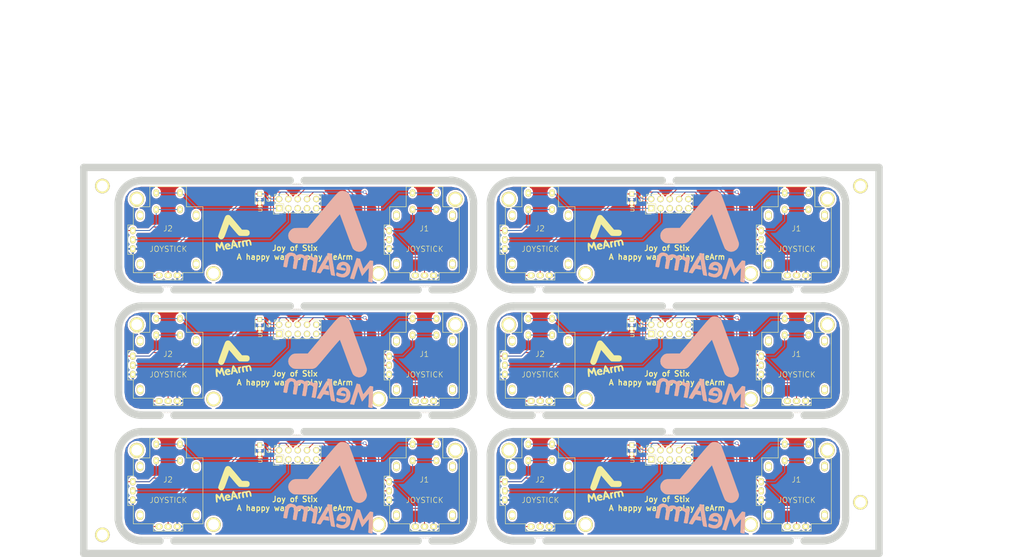
<source format=kicad_pcb>
(kicad_pcb (version 4) (host pcbnew "(2015-01-16 BZR 5376)-product")
  (layers (0 F.Cu signal) (31 B.Cu signal) (34 B.Paste user) (35 F.Paste user) (36 B.SilkS user) (37 F.SilkS user) (38 B.Mask user) (39 F.Mask user) (44 Edge.Cuts user))
  (net 0 "")
  (net 1 VCC)
  (net 2 GND)
  (net 3 A2)
  (net 4 A3)
  (net 5 S2)
  (net 6 A0)
  (net 7 A1)
  (net 8 S1)
  (net 9 "Net-(U1-Pad5)")
  (net 10 "Net-(U1-Pad7)")
  (module Mounting_Hole (layer F.Cu) (at 245.11 68.58)
    (fp_text reference "" (at 0 -5) (layer F.SilkS))
    (fp_text value "" (at 0 5) (layer F.SilkS))
    (pad "" thru_hole circle (at 0 0) (size 4 4) (drill 3) (layers *.Cu *.Mask F.SilkS))
  )
  (module Mounting_Hole (layer F.Cu) (at 245.11 154.94)
    (fp_text reference "" (at 0 -5) (layer F.SilkS))
    (fp_text value "" (at 0 5) (layer F.SilkS))
    (pad "" thru_hole circle (at 0 0) (size 4 4) (drill 3) (layers *.Cu *.Mask F.SilkS))
  )
  (module Mounting_Hole (layer F.Cu) (at 38.1 163.83)
    (fp_text reference "" (at 0 -5) (layer F.SilkS))
    (fp_text value "" (at 0 5) (layer F.SilkS))
    (pad "" thru_hole circle (at 0 0) (size 4 4) (drill 3) (layers *.Cu *.Mask F.SilkS))
  )
  (module Mounting_Hole (layer F.Cu) (at 38.1 68.58)
    (fp_text reference "" (at 0 -5) (layer F.SilkS))
    (fp_text value "" (at 0 5) (layer F.SilkS))
    (pad "" thru_hole circle (at 0 0) (size 4 4) (drill 3) (layers *.Cu *.Mask F.SilkS))
  )
  (module brains:MeArmLogo10mm (layer F.Cu) (at 175.514 81.407)
    (fp_text reference G*** hide)
    (fp_text value LOGO hide)
  )
  (module brains:MeArmLogo25mm (layer B.Cu) (at 201.422 82.423 180)
    (fp_text reference G*** hide)
    (fp_text value LOGO hide)
  )
  (module brains:TinyDrillHole (layer F.Cu) (at 156.21 96.139)
    (fp_text reference "" (at 0 0) (layer F.SilkS))
    (fp_text value "" (at 0 0 90) (layer F.SilkS))
    (pad 2 thru_hole circle (at 0 0) (size 0.3 0.3) (drill 0.3) (layers *.Cu *.Mask F.SilkS))
  )
  (module Pin_Headers:Pin_Header_Straight_2x05 (layer F.Cu) (at 187.96 74.676 90)
    (fp_text reference U1 (at 0 -5.1 90) (layer F.SilkS))
    (fp_text value JoyConnectISP)
    (pad 1 thru_hole rect (at 0 0 90) (size 1.7272 1.7272) (drill 1.016) (layers *.Cu *.Mask F.SilkS) (net 8 S1))
    (pad 2 thru_hole oval (at 2.54 0 90) (size 1.7272 1.7272) (drill 1.016) (layers *.Cu *.Mask F.SilkS) (net 1 VCC))
    (pad 3 thru_hole oval (at 0 2.54 90) (size 1.7272 1.7272) (drill 1.016) (layers *.Cu *.Mask F.SilkS) (net 6 A0))
    (pad 4 thru_hole oval (at 2.54 2.54 90) (size 1.7272 1.7272) (drill 1.016) (layers *.Cu *.Mask F.SilkS) (net 7 A1))
    (pad 5 thru_hole oval (at 0 5.08 90) (size 1.7272 1.7272) (drill 1.016) (layers *.Cu *.Mask F.SilkS) (net 9 "Net-(U1-Pad5)"))
    (pad 6 thru_hole oval (at 2.54 5.08 90) (size 1.7272 1.7272) (drill 1.016) (layers *.Cu *.Mask F.SilkS) (net 3 A2))
    (pad 7 thru_hole oval (at 0 7.62 90) (size 1.7272 1.7272) (drill 1.016) (layers *.Cu *.Mask F.SilkS) (net 10 "Net-(U1-Pad7)"))
    (pad 8 thru_hole oval (at 2.54 7.62 90) (size 1.7272 1.7272) (drill 1.016) (layers *.Cu *.Mask F.SilkS) (net 4 A3))
    (pad 9 thru_hole oval (at 0 10.16 90) (size 1.7272 1.7272) (drill 1.016) (layers *.Cu *.Mask F.SilkS) (net 5 S2))
    (pad 10 thru_hole oval (at 2.54 10.16 90) (size 1.7272 1.7272) (drill 1.016) (layers *.Cu *.Mask F.SilkS) (net 2 GND))
  )
  (module Capacitors_ThroughHole:C_Disc_D3_P2.5 (layer F.Cu) (at 182.658 70.736 270)
    (fp_text reference C1 (at 1.25 -2.5 270) (layer F.SilkS))
    (fp_text value C)
    (pad 1 thru_hole rect (at 0 0 270) (size 1.3 1.3) (drill 0.8) (layers *.Cu *.Mask F.SilkS) (net 1 VCC))
    (pad 2 thru_hole circle (at 2.5 0 270) (size 1.3 1.3) (drill 0.8001) (layers *.Cu *.Mask F.SilkS) (net 2 GND))
  )
  (module Mounting_Hole (layer F.Cu) (at 170.053 92.456)
    (fp_text reference "" (at 0 -5) (layer F.SilkS))
    (fp_text value "" (at 0 5) (layer F.SilkS))
    (pad "" thru_hole circle (at 0 0) (size 4 4) (drill 3) (layers *.Cu *.Mask F.SilkS))
  )
  (module Mounting_Hole (layer F.Cu) (at 236.093 72.136)
    (fp_text reference "" (at 0 -5) (layer F.SilkS))
    (fp_text value "" (at 0 5) (layer F.SilkS))
    (pad "" thru_hole circle (at 0 0) (size 4 4) (drill 3) (layers *.Cu *.Mask F.SilkS))
  )
  (module Mounting_Hole (layer F.Cu) (at 215.138 92.456)
    (fp_text reference "" (at 0 -5) (layer F.SilkS))
    (fp_text value "" (at 0 5) (layer F.SilkS))
    (pad "" thru_hole circle (at 0 0) (size 4 4) (drill 3) (layers *.Cu *.Mask F.SilkS))
  )
  (module Mounting_Hole (layer F.Cu) (at 149.098 72.136)
    (fp_text reference "" (at 0 -5) (layer F.SilkS))
    (fp_text value "" (at 0 5) (layer F.SilkS))
    (pad "" thru_hole circle (at 0 0) (size 4 4) (drill 3) (layers *.Cu *.Mask F.SilkS))
  )
  (module Brains:JOYSTICKS (layer F.Cu) (at 157.658 83.236)
    (fp_text reference J2 (at -0.05 -3.05) (layer F.SilkS) (effects (font (size 1.5 1.5))))
    (fp_text value JOYSTICK (at 0.05 2.55) (layer F.SilkS) (effects (font (size 1.5 1.5))))
    (pad "" thru_hole oval (at -7.65 -6.65) (size 1.8 2.6) (drill 1.4) (layers *.Cu *.Mask F.SilkS))
    (pad "" thru_hole oval (at 7.65 -6.65) (size 1.8 2.6) (drill 1.4) (layers *.Cu *.Mask F.SilkS))
    (pad "" thru_hole oval (at 7.65 6.65) (size 1.8 2.6) (drill 1.4) (layers *.Cu *.Mask F.SilkS))
    (pad "" thru_hole oval (at -7.65 6.65) (size 1.8 2.6) (drill 1.4) (layers *.Cu *.Mask F.SilkS))
    (pad 4 thru_hole oval (at -9.65 0) (size 1.524 2) (drill 0.9) (layers *.Cu *.Mask F.SilkS) (net 6 A0))
    (pad 3 thru_hole oval (at -9.65 -2.5) (size 1.524 2) (drill 0.9) (layers *.Cu *.Mask F.SilkS) (net 1 VCC))
    (pad 5 thru_hole oval (at -9.65 2.5) (size 1.524 2) (drill 0.9) (layers *.Cu *.Mask F.SilkS) (net 2 GND))
    (pad 7 thru_hole oval (at 0 9.75) (size 2 1.54) (drill 0.9) (layers *.Cu *.Mask F.SilkS) (net 7 A1))
    (pad 6 thru_hole oval (at -2.5 9.75) (size 2 1.54) (drill 0.9) (layers *.Cu *.Mask F.SilkS) (net 1 VCC))
    (pad 8 thru_hole oval (at 2.5 9.75) (size 2 1.54) (drill 0.9) (layers *.Cu *.Mask F.SilkS) (net 2 GND))
    (pad 2 thru_hole oval (at -3.25 -8.25) (size 1.524 2) (drill 0.762) (layers *.Cu *.Mask F.SilkS) (net 1 VCC))
    (pad 2 thru_hole oval (at 3.25 -8.25) (size 1.524 2) (drill 0.762) (layers *.Cu *.Mask F.SilkS) (net 1 VCC))
    (pad 1 thru_hole oval (at 3.25 -12.75) (size 1.524 2) (drill 0.762) (layers *.Cu *.Mask F.SilkS) (net 8 S1))
    (pad 1 thru_hole oval (at -3.25 -12.75) (size 1.524 2) (drill 0.762) (layers *.Cu *.Mask F.SilkS) (net 8 S1))
  )
  (module Brains:JOYSTICKS (layer F.Cu) (at 227.658 83.236)
    (fp_text reference J1 (at -0.05 -3.05) (layer F.SilkS) (effects (font (size 1.5 1.5))))
    (fp_text value JOYSTICK (at 0.05 2.55) (layer F.SilkS) (effects (font (size 1.5 1.5))))
    (pad "" thru_hole oval (at -7.65 -6.65) (size 1.8 2.6) (drill 1.4) (layers *.Cu *.Mask F.SilkS))
    (pad "" thru_hole oval (at 7.65 -6.65) (size 1.8 2.6) (drill 1.4) (layers *.Cu *.Mask F.SilkS))
    (pad "" thru_hole oval (at 7.65 6.65) (size 1.8 2.6) (drill 1.4) (layers *.Cu *.Mask F.SilkS))
    (pad "" thru_hole oval (at -7.65 6.65) (size 1.8 2.6) (drill 1.4) (layers *.Cu *.Mask F.SilkS))
    (pad 4 thru_hole oval (at -9.65 0) (size 1.524 2) (drill 0.9) (layers *.Cu *.Mask F.SilkS) (net 3 A2))
    (pad 3 thru_hole oval (at -9.65 -2.5) (size 1.524 2) (drill 0.9) (layers *.Cu *.Mask F.SilkS) (net 1 VCC))
    (pad 5 thru_hole oval (at -9.65 2.5) (size 1.524 2) (drill 0.9) (layers *.Cu *.Mask F.SilkS) (net 2 GND))
    (pad 7 thru_hole oval (at 0 9.75) (size 2 1.54) (drill 0.9) (layers *.Cu *.Mask F.SilkS) (net 4 A3))
    (pad 6 thru_hole oval (at -2.5 9.75) (size 2 1.54) (drill 0.9) (layers *.Cu *.Mask F.SilkS) (net 1 VCC))
    (pad 8 thru_hole oval (at 2.5 9.75) (size 2 1.54) (drill 0.9) (layers *.Cu *.Mask F.SilkS) (net 2 GND))
    (pad 2 thru_hole oval (at -3.25 -8.25) (size 1.524 2) (drill 0.762) (layers *.Cu *.Mask F.SilkS) (net 1 VCC))
    (pad 2 thru_hole oval (at 3.25 -8.25) (size 1.524 2) (drill 0.762) (layers *.Cu *.Mask F.SilkS) (net 1 VCC))
    (pad 1 thru_hole oval (at 3.25 -12.75) (size 1.524 2) (drill 0.762) (layers *.Cu *.Mask F.SilkS) (net 5 S2))
    (pad 1 thru_hole oval (at -3.25 -12.75) (size 1.524 2) (drill 0.762) (layers *.Cu *.Mask F.SilkS) (net 5 S2))
  )
  (module brains:TinyDrillHole (layer F.Cu) (at 156.718 96.139)
    (fp_text reference "" (at 0 0) (layer F.SilkS))
    (fp_text value "" (at 0 0 90) (layer F.SilkS))
    (pad 2 thru_hole circle (at 0 0) (size 0.3 0.3) (drill 0.3) (layers *.Cu *.Mask F.SilkS))
  )
  (module brains:TinyDrillHole (layer F.Cu) (at 157.734 96.139)
    (fp_text reference "" (at 0 0) (layer F.SilkS))
    (fp_text value "" (at 0 0 90) (layer F.SilkS))
    (pad 2 thru_hole circle (at 0 0) (size 0.3 0.3) (drill 0.3) (layers *.Cu *.Mask F.SilkS))
  )
  (module brains:TinyDrillHole (layer F.Cu) (at 157.226 96.139)
    (fp_text reference "" (at 0 0) (layer F.SilkS))
    (fp_text value "" (at 0 0 90) (layer F.SilkS))
    (pad 2 thru_hole circle (at 0 0) (size 0.3 0.3) (drill 0.3) (layers *.Cu *.Mask F.SilkS))
  )
  (module brains:TinyDrillHole (layer F.Cu) (at 158.242 96.139)
    (fp_text reference "" (at 0 0) (layer F.SilkS))
    (fp_text value "" (at 0 0 90) (layer F.SilkS))
    (pad 2 thru_hole circle (at 0 0) (size 0.3 0.3) (drill 0.3) (layers *.Cu *.Mask F.SilkS))
  )
  (module brains:TinyDrillHole (layer F.Cu) (at 193.802 67.945)
    (fp_text reference "" (at 0 0) (layer F.SilkS))
    (fp_text value "" (at 0 0 90) (layer F.SilkS))
    (pad 2 thru_hole circle (at 0 0) (size 0.3 0.3) (drill 0.3) (layers *.Cu *.Mask F.SilkS))
  )
  (module brains:TinyDrillHole (layer F.Cu) (at 192.786 67.945)
    (fp_text reference "" (at 0 0) (layer F.SilkS))
    (fp_text value "" (at 0 0 90) (layer F.SilkS))
    (pad 2 thru_hole circle (at 0 0) (size 0.3 0.3) (drill 0.3) (layers *.Cu *.Mask F.SilkS))
  )
  (module brains:TinyDrillHole (layer F.Cu) (at 193.294 67.945)
    (fp_text reference "" (at 0 0) (layer F.SilkS))
    (fp_text value "" (at 0 0 90) (layer F.SilkS))
    (pad 2 thru_hole circle (at 0 0) (size 0.3 0.3) (drill 0.3) (layers *.Cu *.Mask F.SilkS))
  )
  (module brains:TinyDrillHole (layer F.Cu) (at 192.278 67.945)
    (fp_text reference "" (at 0 0) (layer F.SilkS))
    (fp_text value "" (at 0 0 90) (layer F.SilkS))
    (pad 2 thru_hole circle (at 0 0) (size 0.3 0.3) (drill 0.3) (layers *.Cu *.Mask F.SilkS))
  )
  (module brains:TinyDrillHole (layer F.Cu) (at 191.77 67.945)
    (fp_text reference "" (at 0 0) (layer F.SilkS))
    (fp_text value "" (at 0 0 90) (layer F.SilkS))
    (pad 2 thru_hole circle (at 0 0) (size 0.3 0.3) (drill 0.3) (layers *.Cu *.Mask F.SilkS))
  )
  (module brains:TinyDrillHole (layer F.Cu) (at 228.854 96.139)
    (fp_text reference "" (at 0 0) (layer F.SilkS))
    (fp_text value "" (at 0 0 90) (layer F.SilkS))
    (pad 2 thru_hole circle (at 0 0) (size 0.3 0.3) (drill 0.3) (layers *.Cu *.Mask F.SilkS))
  )
  (module brains:TinyDrillHole (layer F.Cu) (at 227.838 96.139)
    (fp_text reference "" (at 0 0) (layer F.SilkS))
    (fp_text value "" (at 0 0 90) (layer F.SilkS))
    (pad 2 thru_hole circle (at 0 0) (size 0.3 0.3) (drill 0.3) (layers *.Cu *.Mask F.SilkS))
  )
  (module brains:TinyDrillHole (layer F.Cu) (at 228.346 96.139)
    (fp_text reference "" (at 0 0) (layer F.SilkS))
    (fp_text value "" (at 0 0 90) (layer F.SilkS))
    (pad 2 thru_hole circle (at 0 0) (size 0.3 0.3) (drill 0.3) (layers *.Cu *.Mask F.SilkS))
  )
  (module brains:TinyDrillHole (layer F.Cu) (at 227.33 96.139)
    (fp_text reference "" (at 0 0) (layer F.SilkS))
    (fp_text value "" (at 0 0 90) (layer F.SilkS))
    (pad 2 thru_hole circle (at 0 0) (size 0.3 0.3) (drill 0.3) (layers *.Cu *.Mask F.SilkS))
  )
  (module brains:TinyDrillHole (layer F.Cu) (at 226.822 96.139)
    (fp_text reference "" (at 0 0) (layer F.SilkS))
    (fp_text value "" (at 0 0 90) (layer F.SilkS))
    (pad 2 thru_hole circle (at 0 0) (size 0.3 0.3) (drill 0.3) (layers *.Cu *.Mask F.SilkS))
  )
  (module brains:TinyDrillHole (layer F.Cu) (at 226.822 130.429)
    (fp_text reference "" (at 0 0) (layer F.SilkS))
    (fp_text value "" (at 0 0 90) (layer F.SilkS))
    (pad 2 thru_hole circle (at 0 0) (size 0.3 0.3) (drill 0.3) (layers *.Cu *.Mask F.SilkS))
  )
  (module brains:TinyDrillHole (layer F.Cu) (at 227.33 130.429)
    (fp_text reference "" (at 0 0) (layer F.SilkS))
    (fp_text value "" (at 0 0 90) (layer F.SilkS))
    (pad 2 thru_hole circle (at 0 0) (size 0.3 0.3) (drill 0.3) (layers *.Cu *.Mask F.SilkS))
  )
  (module brains:TinyDrillHole (layer F.Cu) (at 228.346 130.429)
    (fp_text reference "" (at 0 0) (layer F.SilkS))
    (fp_text value "" (at 0 0 90) (layer F.SilkS))
    (pad 2 thru_hole circle (at 0 0) (size 0.3 0.3) (drill 0.3) (layers *.Cu *.Mask F.SilkS))
  )
  (module brains:TinyDrillHole (layer F.Cu) (at 227.838 130.429)
    (fp_text reference "" (at 0 0) (layer F.SilkS))
    (fp_text value "" (at 0 0 90) (layer F.SilkS))
    (pad 2 thru_hole circle (at 0 0) (size 0.3 0.3) (drill 0.3) (layers *.Cu *.Mask F.SilkS))
  )
  (module brains:TinyDrillHole (layer F.Cu) (at 228.854 130.429)
    (fp_text reference "" (at 0 0) (layer F.SilkS))
    (fp_text value "" (at 0 0 90) (layer F.SilkS))
    (pad 2 thru_hole circle (at 0 0) (size 0.3 0.3) (drill 0.3) (layers *.Cu *.Mask F.SilkS))
  )
  (module brains:TinyDrillHole (layer F.Cu) (at 191.77 102.235)
    (fp_text reference "" (at 0 0) (layer F.SilkS))
    (fp_text value "" (at 0 0 90) (layer F.SilkS))
    (pad 2 thru_hole circle (at 0 0) (size 0.3 0.3) (drill 0.3) (layers *.Cu *.Mask F.SilkS))
  )
  (module brains:TinyDrillHole (layer F.Cu) (at 192.278 102.235)
    (fp_text reference "" (at 0 0) (layer F.SilkS))
    (fp_text value "" (at 0 0 90) (layer F.SilkS))
    (pad 2 thru_hole circle (at 0 0) (size 0.3 0.3) (drill 0.3) (layers *.Cu *.Mask F.SilkS))
  )
  (module brains:TinyDrillHole (layer F.Cu) (at 193.294 102.235)
    (fp_text reference "" (at 0 0) (layer F.SilkS))
    (fp_text value "" (at 0 0 90) (layer F.SilkS))
    (pad 2 thru_hole circle (at 0 0) (size 0.3 0.3) (drill 0.3) (layers *.Cu *.Mask F.SilkS))
  )
  (module brains:TinyDrillHole (layer F.Cu) (at 192.786 102.235)
    (fp_text reference "" (at 0 0) (layer F.SilkS))
    (fp_text value "" (at 0 0 90) (layer F.SilkS))
    (pad 2 thru_hole circle (at 0 0) (size 0.3 0.3) (drill 0.3) (layers *.Cu *.Mask F.SilkS))
  )
  (module brains:TinyDrillHole (layer F.Cu) (at 193.802 102.235)
    (fp_text reference "" (at 0 0) (layer F.SilkS))
    (fp_text value "" (at 0 0 90) (layer F.SilkS))
    (pad 2 thru_hole circle (at 0 0) (size 0.3 0.3) (drill 0.3) (layers *.Cu *.Mask F.SilkS))
  )
  (module brains:TinyDrillHole (layer F.Cu) (at 158.242 130.429)
    (fp_text reference "" (at 0 0) (layer F.SilkS))
    (fp_text value "" (at 0 0 90) (layer F.SilkS))
    (pad 2 thru_hole circle (at 0 0) (size 0.3 0.3) (drill 0.3) (layers *.Cu *.Mask F.SilkS))
  )
  (module brains:TinyDrillHole (layer F.Cu) (at 157.226 130.429)
    (fp_text reference "" (at 0 0) (layer F.SilkS))
    (fp_text value "" (at 0 0 90) (layer F.SilkS))
    (pad 2 thru_hole circle (at 0 0) (size 0.3 0.3) (drill 0.3) (layers *.Cu *.Mask F.SilkS))
  )
  (module brains:TinyDrillHole (layer F.Cu) (at 157.734 130.429)
    (fp_text reference "" (at 0 0) (layer F.SilkS))
    (fp_text value "" (at 0 0 90) (layer F.SilkS))
    (pad 2 thru_hole circle (at 0 0) (size 0.3 0.3) (drill 0.3) (layers *.Cu *.Mask F.SilkS))
  )
  (module brains:TinyDrillHole (layer F.Cu) (at 156.718 130.429)
    (fp_text reference "" (at 0 0) (layer F.SilkS))
    (fp_text value "" (at 0 0 90) (layer F.SilkS))
    (pad 2 thru_hole circle (at 0 0) (size 0.3 0.3) (drill 0.3) (layers *.Cu *.Mask F.SilkS))
  )
  (module Brains:JOYSTICKS (layer F.Cu) (at 227.658 117.526)
    (fp_text reference J1 (at -0.05 -3.05) (layer F.SilkS) (effects (font (size 1.5 1.5))))
    (fp_text value JOYSTICK (at 0.05 2.55) (layer F.SilkS) (effects (font (size 1.5 1.5))))
    (pad "" thru_hole oval (at -7.65 -6.65) (size 1.8 2.6) (drill 1.4) (layers *.Cu *.Mask F.SilkS))
    (pad "" thru_hole oval (at 7.65 -6.65) (size 1.8 2.6) (drill 1.4) (layers *.Cu *.Mask F.SilkS))
    (pad "" thru_hole oval (at 7.65 6.65) (size 1.8 2.6) (drill 1.4) (layers *.Cu *.Mask F.SilkS))
    (pad "" thru_hole oval (at -7.65 6.65) (size 1.8 2.6) (drill 1.4) (layers *.Cu *.Mask F.SilkS))
    (pad 4 thru_hole oval (at -9.65 0) (size 1.524 2) (drill 0.9) (layers *.Cu *.Mask F.SilkS) (net 3 A2))
    (pad 3 thru_hole oval (at -9.65 -2.5) (size 1.524 2) (drill 0.9) (layers *.Cu *.Mask F.SilkS) (net 1 VCC))
    (pad 5 thru_hole oval (at -9.65 2.5) (size 1.524 2) (drill 0.9) (layers *.Cu *.Mask F.SilkS) (net 2 GND))
    (pad 7 thru_hole oval (at 0 9.75) (size 2 1.54) (drill 0.9) (layers *.Cu *.Mask F.SilkS) (net 4 A3))
    (pad 6 thru_hole oval (at -2.5 9.75) (size 2 1.54) (drill 0.9) (layers *.Cu *.Mask F.SilkS) (net 1 VCC))
    (pad 8 thru_hole oval (at 2.5 9.75) (size 2 1.54) (drill 0.9) (layers *.Cu *.Mask F.SilkS) (net 2 GND))
    (pad 2 thru_hole oval (at -3.25 -8.25) (size 1.524 2) (drill 0.762) (layers *.Cu *.Mask F.SilkS) (net 1 VCC))
    (pad 2 thru_hole oval (at 3.25 -8.25) (size 1.524 2) (drill 0.762) (layers *.Cu *.Mask F.SilkS) (net 1 VCC))
    (pad 1 thru_hole oval (at 3.25 -12.75) (size 1.524 2) (drill 0.762) (layers *.Cu *.Mask F.SilkS) (net 5 S2))
    (pad 1 thru_hole oval (at -3.25 -12.75) (size 1.524 2) (drill 0.762) (layers *.Cu *.Mask F.SilkS) (net 5 S2))
  )
  (module Brains:JOYSTICKS (layer F.Cu) (at 157.658 117.526)
    (fp_text reference J2 (at -0.05 -3.05) (layer F.SilkS) (effects (font (size 1.5 1.5))))
    (fp_text value JOYSTICK (at 0.05 2.55) (layer F.SilkS) (effects (font (size 1.5 1.5))))
    (pad "" thru_hole oval (at -7.65 -6.65) (size 1.8 2.6) (drill 1.4) (layers *.Cu *.Mask F.SilkS))
    (pad "" thru_hole oval (at 7.65 -6.65) (size 1.8 2.6) (drill 1.4) (layers *.Cu *.Mask F.SilkS))
    (pad "" thru_hole oval (at 7.65 6.65) (size 1.8 2.6) (drill 1.4) (layers *.Cu *.Mask F.SilkS))
    (pad "" thru_hole oval (at -7.65 6.65) (size 1.8 2.6) (drill 1.4) (layers *.Cu *.Mask F.SilkS))
    (pad 4 thru_hole oval (at -9.65 0) (size 1.524 2) (drill 0.9) (layers *.Cu *.Mask F.SilkS) (net 6 A0))
    (pad 3 thru_hole oval (at -9.65 -2.5) (size 1.524 2) (drill 0.9) (layers *.Cu *.Mask F.SilkS) (net 1 VCC))
    (pad 5 thru_hole oval (at -9.65 2.5) (size 1.524 2) (drill 0.9) (layers *.Cu *.Mask F.SilkS) (net 2 GND))
    (pad 7 thru_hole oval (at 0 9.75) (size 2 1.54) (drill 0.9) (layers *.Cu *.Mask F.SilkS) (net 7 A1))
    (pad 6 thru_hole oval (at -2.5 9.75) (size 2 1.54) (drill 0.9) (layers *.Cu *.Mask F.SilkS) (net 1 VCC))
    (pad 8 thru_hole oval (at 2.5 9.75) (size 2 1.54) (drill 0.9) (layers *.Cu *.Mask F.SilkS) (net 2 GND))
    (pad 2 thru_hole oval (at -3.25 -8.25) (size 1.524 2) (drill 0.762) (layers *.Cu *.Mask F.SilkS) (net 1 VCC))
    (pad 2 thru_hole oval (at 3.25 -8.25) (size 1.524 2) (drill 0.762) (layers *.Cu *.Mask F.SilkS) (net 1 VCC))
    (pad 1 thru_hole oval (at 3.25 -12.75) (size 1.524 2) (drill 0.762) (layers *.Cu *.Mask F.SilkS) (net 8 S1))
    (pad 1 thru_hole oval (at -3.25 -12.75) (size 1.524 2) (drill 0.762) (layers *.Cu *.Mask F.SilkS) (net 8 S1))
  )
  (module Mounting_Hole (layer F.Cu) (at 149.098 106.426)
    (fp_text reference "" (at 0 -5) (layer F.SilkS))
    (fp_text value "" (at 0 5) (layer F.SilkS))
    (pad "" thru_hole circle (at 0 0) (size 4 4) (drill 3) (layers *.Cu *.Mask F.SilkS))
  )
  (module Mounting_Hole (layer F.Cu) (at 215.138 126.746)
    (fp_text reference "" (at 0 -5) (layer F.SilkS))
    (fp_text value "" (at 0 5) (layer F.SilkS))
    (pad "" thru_hole circle (at 0 0) (size 4 4) (drill 3) (layers *.Cu *.Mask F.SilkS))
  )
  (module Mounting_Hole (layer F.Cu) (at 236.093 106.426)
    (fp_text reference "" (at 0 -5) (layer F.SilkS))
    (fp_text value "" (at 0 5) (layer F.SilkS))
    (pad "" thru_hole circle (at 0 0) (size 4 4) (drill 3) (layers *.Cu *.Mask F.SilkS))
  )
  (module Mounting_Hole (layer F.Cu) (at 170.053 126.746)
    (fp_text reference "" (at 0 -5) (layer F.SilkS))
    (fp_text value "" (at 0 5) (layer F.SilkS))
    (pad "" thru_hole circle (at 0 0) (size 4 4) (drill 3) (layers *.Cu *.Mask F.SilkS))
  )
  (module Capacitors_ThroughHole:C_Disc_D3_P2.5 (layer F.Cu) (at 182.658 105.026 270)
    (fp_text reference C1 (at 1.25 -2.5 270) (layer F.SilkS))
    (fp_text value C)
    (pad 1 thru_hole rect (at 0 0 270) (size 1.3 1.3) (drill 0.8) (layers *.Cu *.Mask F.SilkS) (net 1 VCC))
    (pad 2 thru_hole circle (at 2.5 0 270) (size 1.3 1.3) (drill 0.8001) (layers *.Cu *.Mask F.SilkS) (net 2 GND))
  )
  (module Pin_Headers:Pin_Header_Straight_2x05 (layer F.Cu) (at 187.96 108.966 90)
    (fp_text reference U1 (at 0 -5.1 90) (layer F.SilkS))
    (fp_text value JoyConnectISP)
    (pad 1 thru_hole rect (at 0 0 90) (size 1.7272 1.7272) (drill 1.016) (layers *.Cu *.Mask F.SilkS) (net 8 S1))
    (pad 2 thru_hole oval (at 2.54 0 90) (size 1.7272 1.7272) (drill 1.016) (layers *.Cu *.Mask F.SilkS) (net 1 VCC))
    (pad 3 thru_hole oval (at 0 2.54 90) (size 1.7272 1.7272) (drill 1.016) (layers *.Cu *.Mask F.SilkS) (net 6 A0))
    (pad 4 thru_hole oval (at 2.54 2.54 90) (size 1.7272 1.7272) (drill 1.016) (layers *.Cu *.Mask F.SilkS) (net 7 A1))
    (pad 5 thru_hole oval (at 0 5.08 90) (size 1.7272 1.7272) (drill 1.016) (layers *.Cu *.Mask F.SilkS) (net 9 "Net-(U1-Pad5)"))
    (pad 6 thru_hole oval (at 2.54 5.08 90) (size 1.7272 1.7272) (drill 1.016) (layers *.Cu *.Mask F.SilkS) (net 3 A2))
    (pad 7 thru_hole oval (at 0 7.62 90) (size 1.7272 1.7272) (drill 1.016) (layers *.Cu *.Mask F.SilkS) (net 10 "Net-(U1-Pad7)"))
    (pad 8 thru_hole oval (at 2.54 7.62 90) (size 1.7272 1.7272) (drill 1.016) (layers *.Cu *.Mask F.SilkS) (net 4 A3))
    (pad 9 thru_hole oval (at 0 10.16 90) (size 1.7272 1.7272) (drill 1.016) (layers *.Cu *.Mask F.SilkS) (net 5 S2))
    (pad 10 thru_hole oval (at 2.54 10.16 90) (size 1.7272 1.7272) (drill 1.016) (layers *.Cu *.Mask F.SilkS) (net 2 GND))
  )
  (module brains:TinyDrillHole (layer F.Cu) (at 156.21 130.429)
    (fp_text reference "" (at 0 0) (layer F.SilkS))
    (fp_text value "" (at 0 0 90) (layer F.SilkS))
    (pad 2 thru_hole circle (at 0 0) (size 0.3 0.3) (drill 0.3) (layers *.Cu *.Mask F.SilkS))
  )
  (module brains:MeArmLogo25mm (layer B.Cu) (at 201.422 116.713 180)
    (fp_text reference G*** hide)
    (fp_text value LOGO hide)
  )
  (module brains:MeArmLogo10mm (layer F.Cu) (at 175.514 115.697)
    (fp_text reference G*** hide)
    (fp_text value LOGO hide)
  )
  (module brains:MeArmLogo10mm (layer F.Cu) (at 175.514 149.987)
    (fp_text reference G*** hide)
    (fp_text value LOGO hide)
  )
  (module brains:MeArmLogo25mm (layer B.Cu) (at 201.422 151.003 180)
    (fp_text reference G*** hide)
    (fp_text value LOGO hide)
  )
  (module brains:TinyDrillHole (layer F.Cu) (at 156.21 164.719)
    (fp_text reference "" (at 0 0) (layer F.SilkS))
    (fp_text value "" (at 0 0 90) (layer F.SilkS))
    (pad 2 thru_hole circle (at 0 0) (size 0.3 0.3) (drill 0.3) (layers *.Cu *.Mask F.SilkS))
  )
  (module Pin_Headers:Pin_Header_Straight_2x05 (layer F.Cu) (at 187.96 143.256 90)
    (fp_text reference U1 (at 0 -5.1 90) (layer F.SilkS))
    (fp_text value JoyConnectISP)
    (pad 1 thru_hole rect (at 0 0 90) (size 1.7272 1.7272) (drill 1.016) (layers *.Cu *.Mask F.SilkS) (net 8 S1))
    (pad 2 thru_hole oval (at 2.54 0 90) (size 1.7272 1.7272) (drill 1.016) (layers *.Cu *.Mask F.SilkS) (net 1 VCC))
    (pad 3 thru_hole oval (at 0 2.54 90) (size 1.7272 1.7272) (drill 1.016) (layers *.Cu *.Mask F.SilkS) (net 6 A0))
    (pad 4 thru_hole oval (at 2.54 2.54 90) (size 1.7272 1.7272) (drill 1.016) (layers *.Cu *.Mask F.SilkS) (net 7 A1))
    (pad 5 thru_hole oval (at 0 5.08 90) (size 1.7272 1.7272) (drill 1.016) (layers *.Cu *.Mask F.SilkS) (net 9 "Net-(U1-Pad5)"))
    (pad 6 thru_hole oval (at 2.54 5.08 90) (size 1.7272 1.7272) (drill 1.016) (layers *.Cu *.Mask F.SilkS) (net 3 A2))
    (pad 7 thru_hole oval (at 0 7.62 90) (size 1.7272 1.7272) (drill 1.016) (layers *.Cu *.Mask F.SilkS) (net 10 "Net-(U1-Pad7)"))
    (pad 8 thru_hole oval (at 2.54 7.62 90) (size 1.7272 1.7272) (drill 1.016) (layers *.Cu *.Mask F.SilkS) (net 4 A3))
    (pad 9 thru_hole oval (at 0 10.16 90) (size 1.7272 1.7272) (drill 1.016) (layers *.Cu *.Mask F.SilkS) (net 5 S2))
    (pad 10 thru_hole oval (at 2.54 10.16 90) (size 1.7272 1.7272) (drill 1.016) (layers *.Cu *.Mask F.SilkS) (net 2 GND))
  )
  (module Capacitors_ThroughHole:C_Disc_D3_P2.5 (layer F.Cu) (at 182.658 139.316 270)
    (fp_text reference C1 (at 1.25 -2.5 270) (layer F.SilkS))
    (fp_text value C)
    (pad 1 thru_hole rect (at 0 0 270) (size 1.3 1.3) (drill 0.8) (layers *.Cu *.Mask F.SilkS) (net 1 VCC))
    (pad 2 thru_hole circle (at 2.5 0 270) (size 1.3 1.3) (drill 0.8001) (layers *.Cu *.Mask F.SilkS) (net 2 GND))
  )
  (module Mounting_Hole (layer F.Cu) (at 170.053 161.036)
    (fp_text reference "" (at 0 -5) (layer F.SilkS))
    (fp_text value "" (at 0 5) (layer F.SilkS))
    (pad "" thru_hole circle (at 0 0) (size 4 4) (drill 3) (layers *.Cu *.Mask F.SilkS))
  )
  (module Mounting_Hole (layer F.Cu) (at 236.093 140.716)
    (fp_text reference "" (at 0 -5) (layer F.SilkS))
    (fp_text value "" (at 0 5) (layer F.SilkS))
    (pad "" thru_hole circle (at 0 0) (size 4 4) (drill 3) (layers *.Cu *.Mask F.SilkS))
  )
  (module Mounting_Hole (layer F.Cu) (at 215.138 161.036)
    (fp_text reference "" (at 0 -5) (layer F.SilkS))
    (fp_text value "" (at 0 5) (layer F.SilkS))
    (pad "" thru_hole circle (at 0 0) (size 4 4) (drill 3) (layers *.Cu *.Mask F.SilkS))
  )
  (module Mounting_Hole (layer F.Cu) (at 149.098 140.716)
    (fp_text reference "" (at 0 -5) (layer F.SilkS))
    (fp_text value "" (at 0 5) (layer F.SilkS))
    (pad "" thru_hole circle (at 0 0) (size 4 4) (drill 3) (layers *.Cu *.Mask F.SilkS))
  )
  (module Brains:JOYSTICKS (layer F.Cu) (at 157.658 151.816)
    (fp_text reference J2 (at -0.05 -3.05) (layer F.SilkS) (effects (font (size 1.5 1.5))))
    (fp_text value JOYSTICK (at 0.05 2.55) (layer F.SilkS) (effects (font (size 1.5 1.5))))
    (pad "" thru_hole oval (at -7.65 -6.65) (size 1.8 2.6) (drill 1.4) (layers *.Cu *.Mask F.SilkS))
    (pad "" thru_hole oval (at 7.65 -6.65) (size 1.8 2.6) (drill 1.4) (layers *.Cu *.Mask F.SilkS))
    (pad "" thru_hole oval (at 7.65 6.65) (size 1.8 2.6) (drill 1.4) (layers *.Cu *.Mask F.SilkS))
    (pad "" thru_hole oval (at -7.65 6.65) (size 1.8 2.6) (drill 1.4) (layers *.Cu *.Mask F.SilkS))
    (pad 4 thru_hole oval (at -9.65 0) (size 1.524 2) (drill 0.9) (layers *.Cu *.Mask F.SilkS) (net 6 A0))
    (pad 3 thru_hole oval (at -9.65 -2.5) (size 1.524 2) (drill 0.9) (layers *.Cu *.Mask F.SilkS) (net 1 VCC))
    (pad 5 thru_hole oval (at -9.65 2.5) (size 1.524 2) (drill 0.9) (layers *.Cu *.Mask F.SilkS) (net 2 GND))
    (pad 7 thru_hole oval (at 0 9.75) (size 2 1.54) (drill 0.9) (layers *.Cu *.Mask F.SilkS) (net 7 A1))
    (pad 6 thru_hole oval (at -2.5 9.75) (size 2 1.54) (drill 0.9) (layers *.Cu *.Mask F.SilkS) (net 1 VCC))
    (pad 8 thru_hole oval (at 2.5 9.75) (size 2 1.54) (drill 0.9) (layers *.Cu *.Mask F.SilkS) (net 2 GND))
    (pad 2 thru_hole oval (at -3.25 -8.25) (size 1.524 2) (drill 0.762) (layers *.Cu *.Mask F.SilkS) (net 1 VCC))
    (pad 2 thru_hole oval (at 3.25 -8.25) (size 1.524 2) (drill 0.762) (layers *.Cu *.Mask F.SilkS) (net 1 VCC))
    (pad 1 thru_hole oval (at 3.25 -12.75) (size 1.524 2) (drill 0.762) (layers *.Cu *.Mask F.SilkS) (net 8 S1))
    (pad 1 thru_hole oval (at -3.25 -12.75) (size 1.524 2) (drill 0.762) (layers *.Cu *.Mask F.SilkS) (net 8 S1))
  )
  (module Brains:JOYSTICKS (layer F.Cu) (at 227.658 151.816)
    (fp_text reference J1 (at -0.05 -3.05) (layer F.SilkS) (effects (font (size 1.5 1.5))))
    (fp_text value JOYSTICK (at 0.05 2.55) (layer F.SilkS) (effects (font (size 1.5 1.5))))
    (pad "" thru_hole oval (at -7.65 -6.65) (size 1.8 2.6) (drill 1.4) (layers *.Cu *.Mask F.SilkS))
    (pad "" thru_hole oval (at 7.65 -6.65) (size 1.8 2.6) (drill 1.4) (layers *.Cu *.Mask F.SilkS))
    (pad "" thru_hole oval (at 7.65 6.65) (size 1.8 2.6) (drill 1.4) (layers *.Cu *.Mask F.SilkS))
    (pad "" thru_hole oval (at -7.65 6.65) (size 1.8 2.6) (drill 1.4) (layers *.Cu *.Mask F.SilkS))
    (pad 4 thru_hole oval (at -9.65 0) (size 1.524 2) (drill 0.9) (layers *.Cu *.Mask F.SilkS) (net 3 A2))
    (pad 3 thru_hole oval (at -9.65 -2.5) (size 1.524 2) (drill 0.9) (layers *.Cu *.Mask F.SilkS) (net 1 VCC))
    (pad 5 thru_hole oval (at -9.65 2.5) (size 1.524 2) (drill 0.9) (layers *.Cu *.Mask F.SilkS) (net 2 GND))
    (pad 7 thru_hole oval (at 0 9.75) (size 2 1.54) (drill 0.9) (layers *.Cu *.Mask F.SilkS) (net 4 A3))
    (pad 6 thru_hole oval (at -2.5 9.75) (size 2 1.54) (drill 0.9) (layers *.Cu *.Mask F.SilkS) (net 1 VCC))
    (pad 8 thru_hole oval (at 2.5 9.75) (size 2 1.54) (drill 0.9) (layers *.Cu *.Mask F.SilkS) (net 2 GND))
    (pad 2 thru_hole oval (at -3.25 -8.25) (size 1.524 2) (drill 0.762) (layers *.Cu *.Mask F.SilkS) (net 1 VCC))
    (pad 2 thru_hole oval (at 3.25 -8.25) (size 1.524 2) (drill 0.762) (layers *.Cu *.Mask F.SilkS) (net 1 VCC))
    (pad 1 thru_hole oval (at 3.25 -12.75) (size 1.524 2) (drill 0.762) (layers *.Cu *.Mask F.SilkS) (net 5 S2))
    (pad 1 thru_hole oval (at -3.25 -12.75) (size 1.524 2) (drill 0.762) (layers *.Cu *.Mask F.SilkS) (net 5 S2))
  )
  (module brains:TinyDrillHole (layer F.Cu) (at 156.718 164.719)
    (fp_text reference "" (at 0 0) (layer F.SilkS))
    (fp_text value "" (at 0 0 90) (layer F.SilkS))
    (pad 2 thru_hole circle (at 0 0) (size 0.3 0.3) (drill 0.3) (layers *.Cu *.Mask F.SilkS))
  )
  (module brains:TinyDrillHole (layer F.Cu) (at 157.734 164.719)
    (fp_text reference "" (at 0 0) (layer F.SilkS))
    (fp_text value "" (at 0 0 90) (layer F.SilkS))
    (pad 2 thru_hole circle (at 0 0) (size 0.3 0.3) (drill 0.3) (layers *.Cu *.Mask F.SilkS))
  )
  (module brains:TinyDrillHole (layer F.Cu) (at 157.226 164.719)
    (fp_text reference "" (at 0 0) (layer F.SilkS))
    (fp_text value "" (at 0 0 90) (layer F.SilkS))
    (pad 2 thru_hole circle (at 0 0) (size 0.3 0.3) (drill 0.3) (layers *.Cu *.Mask F.SilkS))
  )
  (module brains:TinyDrillHole (layer F.Cu) (at 158.242 164.719)
    (fp_text reference "" (at 0 0) (layer F.SilkS))
    (fp_text value "" (at 0 0 90) (layer F.SilkS))
    (pad 2 thru_hole circle (at 0 0) (size 0.3 0.3) (drill 0.3) (layers *.Cu *.Mask F.SilkS))
  )
  (module brains:TinyDrillHole (layer F.Cu) (at 193.802 136.525)
    (fp_text reference "" (at 0 0) (layer F.SilkS))
    (fp_text value "" (at 0 0 90) (layer F.SilkS))
    (pad 2 thru_hole circle (at 0 0) (size 0.3 0.3) (drill 0.3) (layers *.Cu *.Mask F.SilkS))
  )
  (module brains:TinyDrillHole (layer F.Cu) (at 192.786 136.525)
    (fp_text reference "" (at 0 0) (layer F.SilkS))
    (fp_text value "" (at 0 0 90) (layer F.SilkS))
    (pad 2 thru_hole circle (at 0 0) (size 0.3 0.3) (drill 0.3) (layers *.Cu *.Mask F.SilkS))
  )
  (module brains:TinyDrillHole (layer F.Cu) (at 193.294 136.525)
    (fp_text reference "" (at 0 0) (layer F.SilkS))
    (fp_text value "" (at 0 0 90) (layer F.SilkS))
    (pad 2 thru_hole circle (at 0 0) (size 0.3 0.3) (drill 0.3) (layers *.Cu *.Mask F.SilkS))
  )
  (module brains:TinyDrillHole (layer F.Cu) (at 192.278 136.525)
    (fp_text reference "" (at 0 0) (layer F.SilkS))
    (fp_text value "" (at 0 0 90) (layer F.SilkS))
    (pad 2 thru_hole circle (at 0 0) (size 0.3 0.3) (drill 0.3) (layers *.Cu *.Mask F.SilkS))
  )
  (module brains:TinyDrillHole (layer F.Cu) (at 191.77 136.525)
    (fp_text reference "" (at 0 0) (layer F.SilkS))
    (fp_text value "" (at 0 0 90) (layer F.SilkS))
    (pad 2 thru_hole circle (at 0 0) (size 0.3 0.3) (drill 0.3) (layers *.Cu *.Mask F.SilkS))
  )
  (module brains:TinyDrillHole (layer F.Cu) (at 228.854 164.719)
    (fp_text reference "" (at 0 0) (layer F.SilkS))
    (fp_text value "" (at 0 0 90) (layer F.SilkS))
    (pad 2 thru_hole circle (at 0 0) (size 0.3 0.3) (drill 0.3) (layers *.Cu *.Mask F.SilkS))
  )
  (module brains:TinyDrillHole (layer F.Cu) (at 227.838 164.719)
    (fp_text reference "" (at 0 0) (layer F.SilkS))
    (fp_text value "" (at 0 0 90) (layer F.SilkS))
    (pad 2 thru_hole circle (at 0 0) (size 0.3 0.3) (drill 0.3) (layers *.Cu *.Mask F.SilkS))
  )
  (module brains:TinyDrillHole (layer F.Cu) (at 228.346 164.719)
    (fp_text reference "" (at 0 0) (layer F.SilkS))
    (fp_text value "" (at 0 0 90) (layer F.SilkS))
    (pad 2 thru_hole circle (at 0 0) (size 0.3 0.3) (drill 0.3) (layers *.Cu *.Mask F.SilkS))
  )
  (module brains:TinyDrillHole (layer F.Cu) (at 227.33 164.719)
    (fp_text reference "" (at 0 0) (layer F.SilkS))
    (fp_text value "" (at 0 0 90) (layer F.SilkS))
    (pad 2 thru_hole circle (at 0 0) (size 0.3 0.3) (drill 0.3) (layers *.Cu *.Mask F.SilkS))
  )
  (module brains:TinyDrillHole (layer F.Cu) (at 226.822 164.719)
    (fp_text reference "" (at 0 0) (layer F.SilkS))
    (fp_text value "" (at 0 0 90) (layer F.SilkS))
    (pad 2 thru_hole circle (at 0 0) (size 0.3 0.3) (drill 0.3) (layers *.Cu *.Mask F.SilkS))
  )
  (module brains:TinyDrillHole (layer F.Cu) (at 125.222 164.719)
    (fp_text reference "" (at 0 0) (layer F.SilkS))
    (fp_text value "" (at 0 0 90) (layer F.SilkS))
    (pad 2 thru_hole circle (at 0 0) (size 0.3 0.3) (drill 0.3) (layers *.Cu *.Mask F.SilkS))
  )
  (module brains:TinyDrillHole (layer F.Cu) (at 125.73 164.719)
    (fp_text reference "" (at 0 0) (layer F.SilkS))
    (fp_text value "" (at 0 0 90) (layer F.SilkS))
    (pad 2 thru_hole circle (at 0 0) (size 0.3 0.3) (drill 0.3) (layers *.Cu *.Mask F.SilkS))
  )
  (module brains:TinyDrillHole (layer F.Cu) (at 126.746 164.719)
    (fp_text reference "" (at 0 0) (layer F.SilkS))
    (fp_text value "" (at 0 0 90) (layer F.SilkS))
    (pad 2 thru_hole circle (at 0 0) (size 0.3 0.3) (drill 0.3) (layers *.Cu *.Mask F.SilkS))
  )
  (module brains:TinyDrillHole (layer F.Cu) (at 126.238 164.719)
    (fp_text reference "" (at 0 0) (layer F.SilkS))
    (fp_text value "" (at 0 0 90) (layer F.SilkS))
    (pad 2 thru_hole circle (at 0 0) (size 0.3 0.3) (drill 0.3) (layers *.Cu *.Mask F.SilkS))
  )
  (module brains:TinyDrillHole (layer F.Cu) (at 127.254 164.719)
    (fp_text reference "" (at 0 0) (layer F.SilkS))
    (fp_text value "" (at 0 0 90) (layer F.SilkS))
    (pad 2 thru_hole circle (at 0 0) (size 0.3 0.3) (drill 0.3) (layers *.Cu *.Mask F.SilkS))
  )
  (module brains:TinyDrillHole (layer F.Cu) (at 90.17 136.525)
    (fp_text reference "" (at 0 0) (layer F.SilkS))
    (fp_text value "" (at 0 0 90) (layer F.SilkS))
    (pad 2 thru_hole circle (at 0 0) (size 0.3 0.3) (drill 0.3) (layers *.Cu *.Mask F.SilkS))
  )
  (module brains:TinyDrillHole (layer F.Cu) (at 90.678 136.525)
    (fp_text reference "" (at 0 0) (layer F.SilkS))
    (fp_text value "" (at 0 0 90) (layer F.SilkS))
    (pad 2 thru_hole circle (at 0 0) (size 0.3 0.3) (drill 0.3) (layers *.Cu *.Mask F.SilkS))
  )
  (module brains:TinyDrillHole (layer F.Cu) (at 91.694 136.525)
    (fp_text reference "" (at 0 0) (layer F.SilkS))
    (fp_text value "" (at 0 0 90) (layer F.SilkS))
    (pad 2 thru_hole circle (at 0 0) (size 0.3 0.3) (drill 0.3) (layers *.Cu *.Mask F.SilkS))
  )
  (module brains:TinyDrillHole (layer F.Cu) (at 91.186 136.525)
    (fp_text reference "" (at 0 0) (layer F.SilkS))
    (fp_text value "" (at 0 0 90) (layer F.SilkS))
    (pad 2 thru_hole circle (at 0 0) (size 0.3 0.3) (drill 0.3) (layers *.Cu *.Mask F.SilkS))
  )
  (module brains:TinyDrillHole (layer F.Cu) (at 92.202 136.525)
    (fp_text reference "" (at 0 0) (layer F.SilkS))
    (fp_text value "" (at 0 0 90) (layer F.SilkS))
    (pad 2 thru_hole circle (at 0 0) (size 0.3 0.3) (drill 0.3) (layers *.Cu *.Mask F.SilkS))
  )
  (module brains:TinyDrillHole (layer F.Cu) (at 56.642 164.719)
    (fp_text reference "" (at 0 0) (layer F.SilkS))
    (fp_text value "" (at 0 0 90) (layer F.SilkS))
    (pad 2 thru_hole circle (at 0 0) (size 0.3 0.3) (drill 0.3) (layers *.Cu *.Mask F.SilkS))
  )
  (module brains:TinyDrillHole (layer F.Cu) (at 55.626 164.719)
    (fp_text reference "" (at 0 0) (layer F.SilkS))
    (fp_text value "" (at 0 0 90) (layer F.SilkS))
    (pad 2 thru_hole circle (at 0 0) (size 0.3 0.3) (drill 0.3) (layers *.Cu *.Mask F.SilkS))
  )
  (module brains:TinyDrillHole (layer F.Cu) (at 56.134 164.719)
    (fp_text reference "" (at 0 0) (layer F.SilkS))
    (fp_text value "" (at 0 0 90) (layer F.SilkS))
    (pad 2 thru_hole circle (at 0 0) (size 0.3 0.3) (drill 0.3) (layers *.Cu *.Mask F.SilkS))
  )
  (module brains:TinyDrillHole (layer F.Cu) (at 55.118 164.719)
    (fp_text reference "" (at 0 0) (layer F.SilkS))
    (fp_text value "" (at 0 0 90) (layer F.SilkS))
    (pad 2 thru_hole circle (at 0 0) (size 0.3 0.3) (drill 0.3) (layers *.Cu *.Mask F.SilkS))
  )
  (module Brains:JOYSTICKS (layer F.Cu) (at 126.058 151.816)
    (fp_text reference J1 (at -0.05 -3.05) (layer F.SilkS) (effects (font (size 1.5 1.5))))
    (fp_text value JOYSTICK (at 0.05 2.55) (layer F.SilkS) (effects (font (size 1.5 1.5))))
    (pad "" thru_hole oval (at -7.65 -6.65) (size 1.8 2.6) (drill 1.4) (layers *.Cu *.Mask F.SilkS))
    (pad "" thru_hole oval (at 7.65 -6.65) (size 1.8 2.6) (drill 1.4) (layers *.Cu *.Mask F.SilkS))
    (pad "" thru_hole oval (at 7.65 6.65) (size 1.8 2.6) (drill 1.4) (layers *.Cu *.Mask F.SilkS))
    (pad "" thru_hole oval (at -7.65 6.65) (size 1.8 2.6) (drill 1.4) (layers *.Cu *.Mask F.SilkS))
    (pad 4 thru_hole oval (at -9.65 0) (size 1.524 2) (drill 0.9) (layers *.Cu *.Mask F.SilkS) (net 3 A2))
    (pad 3 thru_hole oval (at -9.65 -2.5) (size 1.524 2) (drill 0.9) (layers *.Cu *.Mask F.SilkS) (net 1 VCC))
    (pad 5 thru_hole oval (at -9.65 2.5) (size 1.524 2) (drill 0.9) (layers *.Cu *.Mask F.SilkS) (net 2 GND))
    (pad 7 thru_hole oval (at 0 9.75) (size 2 1.54) (drill 0.9) (layers *.Cu *.Mask F.SilkS) (net 4 A3))
    (pad 6 thru_hole oval (at -2.5 9.75) (size 2 1.54) (drill 0.9) (layers *.Cu *.Mask F.SilkS) (net 1 VCC))
    (pad 8 thru_hole oval (at 2.5 9.75) (size 2 1.54) (drill 0.9) (layers *.Cu *.Mask F.SilkS) (net 2 GND))
    (pad 2 thru_hole oval (at -3.25 -8.25) (size 1.524 2) (drill 0.762) (layers *.Cu *.Mask F.SilkS) (net 1 VCC))
    (pad 2 thru_hole oval (at 3.25 -8.25) (size 1.524 2) (drill 0.762) (layers *.Cu *.Mask F.SilkS) (net 1 VCC))
    (pad 1 thru_hole oval (at 3.25 -12.75) (size 1.524 2) (drill 0.762) (layers *.Cu *.Mask F.SilkS) (net 5 S2))
    (pad 1 thru_hole oval (at -3.25 -12.75) (size 1.524 2) (drill 0.762) (layers *.Cu *.Mask F.SilkS) (net 5 S2))
  )
  (module Brains:JOYSTICKS (layer F.Cu) (at 56.058 151.816)
    (fp_text reference J2 (at -0.05 -3.05) (layer F.SilkS) (effects (font (size 1.5 1.5))))
    (fp_text value JOYSTICK (at 0.05 2.55) (layer F.SilkS) (effects (font (size 1.5 1.5))))
    (pad "" thru_hole oval (at -7.65 -6.65) (size 1.8 2.6) (drill 1.4) (layers *.Cu *.Mask F.SilkS))
    (pad "" thru_hole oval (at 7.65 -6.65) (size 1.8 2.6) (drill 1.4) (layers *.Cu *.Mask F.SilkS))
    (pad "" thru_hole oval (at 7.65 6.65) (size 1.8 2.6) (drill 1.4) (layers *.Cu *.Mask F.SilkS))
    (pad "" thru_hole oval (at -7.65 6.65) (size 1.8 2.6) (drill 1.4) (layers *.Cu *.Mask F.SilkS))
    (pad 4 thru_hole oval (at -9.65 0) (size 1.524 2) (drill 0.9) (layers *.Cu *.Mask F.SilkS) (net 6 A0))
    (pad 3 thru_hole oval (at -9.65 -2.5) (size 1.524 2) (drill 0.9) (layers *.Cu *.Mask F.SilkS) (net 1 VCC))
    (pad 5 thru_hole oval (at -9.65 2.5) (size 1.524 2) (drill 0.9) (layers *.Cu *.Mask F.SilkS) (net 2 GND))
    (pad 7 thru_hole oval (at 0 9.75) (size 2 1.54) (drill 0.9) (layers *.Cu *.Mask F.SilkS) (net 7 A1))
    (pad 6 thru_hole oval (at -2.5 9.75) (size 2 1.54) (drill 0.9) (layers *.Cu *.Mask F.SilkS) (net 1 VCC))
    (pad 8 thru_hole oval (at 2.5 9.75) (size 2 1.54) (drill 0.9) (layers *.Cu *.Mask F.SilkS) (net 2 GND))
    (pad 2 thru_hole oval (at -3.25 -8.25) (size 1.524 2) (drill 0.762) (layers *.Cu *.Mask F.SilkS) (net 1 VCC))
    (pad 2 thru_hole oval (at 3.25 -8.25) (size 1.524 2) (drill 0.762) (layers *.Cu *.Mask F.SilkS) (net 1 VCC))
    (pad 1 thru_hole oval (at 3.25 -12.75) (size 1.524 2) (drill 0.762) (layers *.Cu *.Mask F.SilkS) (net 8 S1))
    (pad 1 thru_hole oval (at -3.25 -12.75) (size 1.524 2) (drill 0.762) (layers *.Cu *.Mask F.SilkS) (net 8 S1))
  )
  (module Mounting_Hole (layer F.Cu) (at 47.498 140.716)
    (fp_text reference "" (at 0 -5) (layer F.SilkS))
    (fp_text value "" (at 0 5) (layer F.SilkS))
    (pad "" thru_hole circle (at 0 0) (size 4 4) (drill 3) (layers *.Cu *.Mask F.SilkS))
  )
  (module Mounting_Hole (layer F.Cu) (at 113.538 161.036)
    (fp_text reference "" (at 0 -5) (layer F.SilkS))
    (fp_text value "" (at 0 5) (layer F.SilkS))
    (pad "" thru_hole circle (at 0 0) (size 4 4) (drill 3) (layers *.Cu *.Mask F.SilkS))
  )
  (module Mounting_Hole (layer F.Cu) (at 134.493 140.716)
    (fp_text reference "" (at 0 -5) (layer F.SilkS))
    (fp_text value "" (at 0 5) (layer F.SilkS))
    (pad "" thru_hole circle (at 0 0) (size 4 4) (drill 3) (layers *.Cu *.Mask F.SilkS))
  )
  (module Mounting_Hole (layer F.Cu) (at 68.453 161.036)
    (fp_text reference "" (at 0 -5) (layer F.SilkS))
    (fp_text value "" (at 0 5) (layer F.SilkS))
    (pad "" thru_hole circle (at 0 0) (size 4 4) (drill 3) (layers *.Cu *.Mask F.SilkS))
  )
  (module Capacitors_ThroughHole:C_Disc_D3_P2.5 (layer F.Cu) (at 81.058 139.316 270)
    (fp_text reference C1 (at 1.25 -2.5 270) (layer F.SilkS))
    (fp_text value C)
    (pad 1 thru_hole rect (at 0 0 270) (size 1.3 1.3) (drill 0.8) (layers *.Cu *.Mask F.SilkS) (net 1 VCC))
    (pad 2 thru_hole circle (at 2.5 0 270) (size 1.3 1.3) (drill 0.8001) (layers *.Cu *.Mask F.SilkS) (net 2 GND))
  )
  (module Pin_Headers:Pin_Header_Straight_2x05 (layer F.Cu) (at 86.36 143.256 90)
    (fp_text reference U1 (at 0 -5.1 90) (layer F.SilkS))
    (fp_text value JoyConnectISP)
    (pad 1 thru_hole rect (at 0 0 90) (size 1.7272 1.7272) (drill 1.016) (layers *.Cu *.Mask F.SilkS) (net 8 S1))
    (pad 2 thru_hole oval (at 2.54 0 90) (size 1.7272 1.7272) (drill 1.016) (layers *.Cu *.Mask F.SilkS) (net 1 VCC))
    (pad 3 thru_hole oval (at 0 2.54 90) (size 1.7272 1.7272) (drill 1.016) (layers *.Cu *.Mask F.SilkS) (net 6 A0))
    (pad 4 thru_hole oval (at 2.54 2.54 90) (size 1.7272 1.7272) (drill 1.016) (layers *.Cu *.Mask F.SilkS) (net 7 A1))
    (pad 5 thru_hole oval (at 0 5.08 90) (size 1.7272 1.7272) (drill 1.016) (layers *.Cu *.Mask F.SilkS) (net 9 "Net-(U1-Pad5)"))
    (pad 6 thru_hole oval (at 2.54 5.08 90) (size 1.7272 1.7272) (drill 1.016) (layers *.Cu *.Mask F.SilkS) (net 3 A2))
    (pad 7 thru_hole oval (at 0 7.62 90) (size 1.7272 1.7272) (drill 1.016) (layers *.Cu *.Mask F.SilkS) (net 10 "Net-(U1-Pad7)"))
    (pad 8 thru_hole oval (at 2.54 7.62 90) (size 1.7272 1.7272) (drill 1.016) (layers *.Cu *.Mask F.SilkS) (net 4 A3))
    (pad 9 thru_hole oval (at 0 10.16 90) (size 1.7272 1.7272) (drill 1.016) (layers *.Cu *.Mask F.SilkS) (net 5 S2))
    (pad 10 thru_hole oval (at 2.54 10.16 90) (size 1.7272 1.7272) (drill 1.016) (layers *.Cu *.Mask F.SilkS) (net 2 GND))
  )
  (module brains:TinyDrillHole (layer F.Cu) (at 54.61 164.719)
    (fp_text reference "" (at 0 0) (layer F.SilkS))
    (fp_text value "" (at 0 0 90) (layer F.SilkS))
    (pad 2 thru_hole circle (at 0 0) (size 0.3 0.3) (drill 0.3) (layers *.Cu *.Mask F.SilkS))
  )
  (module brains:MeArmLogo25mm (layer B.Cu) (at 99.822 151.003 180)
    (fp_text reference G*** hide)
    (fp_text value LOGO hide)
  )
  (module brains:MeArmLogo10mm (layer F.Cu) (at 73.914 149.987)
    (fp_text reference G*** hide)
    (fp_text value LOGO hide)
  )
  (module brains:MeArmLogo10mm (layer F.Cu) (at 73.914 115.697)
    (fp_text reference G*** hide)
    (fp_text value LOGO hide)
  )
  (module brains:MeArmLogo25mm (layer B.Cu) (at 99.822 116.713 180)
    (fp_text reference G*** hide)
    (fp_text value LOGO hide)
  )
  (module brains:TinyDrillHole (layer F.Cu) (at 54.61 130.429)
    (fp_text reference "" (at 0 0) (layer F.SilkS))
    (fp_text value "" (at 0 0 90) (layer F.SilkS))
    (pad 2 thru_hole circle (at 0 0) (size 0.3 0.3) (drill 0.3) (layers *.Cu *.Mask F.SilkS))
  )
  (module Pin_Headers:Pin_Header_Straight_2x05 (layer F.Cu) (at 86.36 108.966 90)
    (fp_text reference U1 (at 0 -5.1 90) (layer F.SilkS))
    (fp_text value JoyConnectISP)
    (pad 1 thru_hole rect (at 0 0 90) (size 1.7272 1.7272) (drill 1.016) (layers *.Cu *.Mask F.SilkS) (net 8 S1))
    (pad 2 thru_hole oval (at 2.54 0 90) (size 1.7272 1.7272) (drill 1.016) (layers *.Cu *.Mask F.SilkS) (net 1 VCC))
    (pad 3 thru_hole oval (at 0 2.54 90) (size 1.7272 1.7272) (drill 1.016) (layers *.Cu *.Mask F.SilkS) (net 6 A0))
    (pad 4 thru_hole oval (at 2.54 2.54 90) (size 1.7272 1.7272) (drill 1.016) (layers *.Cu *.Mask F.SilkS) (net 7 A1))
    (pad 5 thru_hole oval (at 0 5.08 90) (size 1.7272 1.7272) (drill 1.016) (layers *.Cu *.Mask F.SilkS) (net 9 "Net-(U1-Pad5)"))
    (pad 6 thru_hole oval (at 2.54 5.08 90) (size 1.7272 1.7272) (drill 1.016) (layers *.Cu *.Mask F.SilkS) (net 3 A2))
    (pad 7 thru_hole oval (at 0 7.62 90) (size 1.7272 1.7272) (drill 1.016) (layers *.Cu *.Mask F.SilkS) (net 10 "Net-(U1-Pad7)"))
    (pad 8 thru_hole oval (at 2.54 7.62 90) (size 1.7272 1.7272) (drill 1.016) (layers *.Cu *.Mask F.SilkS) (net 4 A3))
    (pad 9 thru_hole oval (at 0 10.16 90) (size 1.7272 1.7272) (drill 1.016) (layers *.Cu *.Mask F.SilkS) (net 5 S2))
    (pad 10 thru_hole oval (at 2.54 10.16 90) (size 1.7272 1.7272) (drill 1.016) (layers *.Cu *.Mask F.SilkS) (net 2 GND))
  )
  (module Capacitors_ThroughHole:C_Disc_D3_P2.5 (layer F.Cu) (at 81.058 105.026 270)
    (fp_text reference C1 (at 1.25 -2.5 270) (layer F.SilkS))
    (fp_text value C)
    (pad 1 thru_hole rect (at 0 0 270) (size 1.3 1.3) (drill 0.8) (layers *.Cu *.Mask F.SilkS) (net 1 VCC))
    (pad 2 thru_hole circle (at 2.5 0 270) (size 1.3 1.3) (drill 0.8001) (layers *.Cu *.Mask F.SilkS) (net 2 GND))
  )
  (module Mounting_Hole (layer F.Cu) (at 68.453 126.746)
    (fp_text reference "" (at 0 -5) (layer F.SilkS))
    (fp_text value "" (at 0 5) (layer F.SilkS))
    (pad "" thru_hole circle (at 0 0) (size 4 4) (drill 3) (layers *.Cu *.Mask F.SilkS))
  )
  (module Mounting_Hole (layer F.Cu) (at 134.493 106.426)
    (fp_text reference "" (at 0 -5) (layer F.SilkS))
    (fp_text value "" (at 0 5) (layer F.SilkS))
    (pad "" thru_hole circle (at 0 0) (size 4 4) (drill 3) (layers *.Cu *.Mask F.SilkS))
  )
  (module Mounting_Hole (layer F.Cu) (at 113.538 126.746)
    (fp_text reference "" (at 0 -5) (layer F.SilkS))
    (fp_text value "" (at 0 5) (layer F.SilkS))
    (pad "" thru_hole circle (at 0 0) (size 4 4) (drill 3) (layers *.Cu *.Mask F.SilkS))
  )
  (module Mounting_Hole (layer F.Cu) (at 47.498 106.426)
    (fp_text reference "" (at 0 -5) (layer F.SilkS))
    (fp_text value "" (at 0 5) (layer F.SilkS))
    (pad "" thru_hole circle (at 0 0) (size 4 4) (drill 3) (layers *.Cu *.Mask F.SilkS))
  )
  (module Brains:JOYSTICKS (layer F.Cu) (at 56.058 117.526)
    (fp_text reference J2 (at -0.05 -3.05) (layer F.SilkS) (effects (font (size 1.5 1.5))))
    (fp_text value JOYSTICK (at 0.05 2.55) (layer F.SilkS) (effects (font (size 1.5 1.5))))
    (pad "" thru_hole oval (at -7.65 -6.65) (size 1.8 2.6) (drill 1.4) (layers *.Cu *.Mask F.SilkS))
    (pad "" thru_hole oval (at 7.65 -6.65) (size 1.8 2.6) (drill 1.4) (layers *.Cu *.Mask F.SilkS))
    (pad "" thru_hole oval (at 7.65 6.65) (size 1.8 2.6) (drill 1.4) (layers *.Cu *.Mask F.SilkS))
    (pad "" thru_hole oval (at -7.65 6.65) (size 1.8 2.6) (drill 1.4) (layers *.Cu *.Mask F.SilkS))
    (pad 4 thru_hole oval (at -9.65 0) (size 1.524 2) (drill 0.9) (layers *.Cu *.Mask F.SilkS) (net 6 A0))
    (pad 3 thru_hole oval (at -9.65 -2.5) (size 1.524 2) (drill 0.9) (layers *.Cu *.Mask F.SilkS) (net 1 VCC))
    (pad 5 thru_hole oval (at -9.65 2.5) (size 1.524 2) (drill 0.9) (layers *.Cu *.Mask F.SilkS) (net 2 GND))
    (pad 7 thru_hole oval (at 0 9.75) (size 2 1.54) (drill 0.9) (layers *.Cu *.Mask F.SilkS) (net 7 A1))
    (pad 6 thru_hole oval (at -2.5 9.75) (size 2 1.54) (drill 0.9) (layers *.Cu *.Mask F.SilkS) (net 1 VCC))
    (pad 8 thru_hole oval (at 2.5 9.75) (size 2 1.54) (drill 0.9) (layers *.Cu *.Mask F.SilkS) (net 2 GND))
    (pad 2 thru_hole oval (at -3.25 -8.25) (size 1.524 2) (drill 0.762) (layers *.Cu *.Mask F.SilkS) (net 1 VCC))
    (pad 2 thru_hole oval (at 3.25 -8.25) (size 1.524 2) (drill 0.762) (layers *.Cu *.Mask F.SilkS) (net 1 VCC))
    (pad 1 thru_hole oval (at 3.25 -12.75) (size 1.524 2) (drill 0.762) (layers *.Cu *.Mask F.SilkS) (net 8 S1))
    (pad 1 thru_hole oval (at -3.25 -12.75) (size 1.524 2) (drill 0.762) (layers *.Cu *.Mask F.SilkS) (net 8 S1))
  )
  (module Brains:JOYSTICKS (layer F.Cu) (at 126.058 117.526)
    (fp_text reference J1 (at -0.05 -3.05) (layer F.SilkS) (effects (font (size 1.5 1.5))))
    (fp_text value JOYSTICK (at 0.05 2.55) (layer F.SilkS) (effects (font (size 1.5 1.5))))
    (pad "" thru_hole oval (at -7.65 -6.65) (size 1.8 2.6) (drill 1.4) (layers *.Cu *.Mask F.SilkS))
    (pad "" thru_hole oval (at 7.65 -6.65) (size 1.8 2.6) (drill 1.4) (layers *.Cu *.Mask F.SilkS))
    (pad "" thru_hole oval (at 7.65 6.65) (size 1.8 2.6) (drill 1.4) (layers *.Cu *.Mask F.SilkS))
    (pad "" thru_hole oval (at -7.65 6.65) (size 1.8 2.6) (drill 1.4) (layers *.Cu *.Mask F.SilkS))
    (pad 4 thru_hole oval (at -9.65 0) (size 1.524 2) (drill 0.9) (layers *.Cu *.Mask F.SilkS) (net 3 A2))
    (pad 3 thru_hole oval (at -9.65 -2.5) (size 1.524 2) (drill 0.9) (layers *.Cu *.Mask F.SilkS) (net 1 VCC))
    (pad 5 thru_hole oval (at -9.65 2.5) (size 1.524 2) (drill 0.9) (layers *.Cu *.Mask F.SilkS) (net 2 GND))
    (pad 7 thru_hole oval (at 0 9.75) (size 2 1.54) (drill 0.9) (layers *.Cu *.Mask F.SilkS) (net 4 A3))
    (pad 6 thru_hole oval (at -2.5 9.75) (size 2 1.54) (drill 0.9) (layers *.Cu *.Mask F.SilkS) (net 1 VCC))
    (pad 8 thru_hole oval (at 2.5 9.75) (size 2 1.54) (drill 0.9) (layers *.Cu *.Mask F.SilkS) (net 2 GND))
    (pad 2 thru_hole oval (at -3.25 -8.25) (size 1.524 2) (drill 0.762) (layers *.Cu *.Mask F.SilkS) (net 1 VCC))
    (pad 2 thru_hole oval (at 3.25 -8.25) (size 1.524 2) (drill 0.762) (layers *.Cu *.Mask F.SilkS) (net 1 VCC))
    (pad 1 thru_hole oval (at 3.25 -12.75) (size 1.524 2) (drill 0.762) (layers *.Cu *.Mask F.SilkS) (net 5 S2))
    (pad 1 thru_hole oval (at -3.25 -12.75) (size 1.524 2) (drill 0.762) (layers *.Cu *.Mask F.SilkS) (net 5 S2))
  )
  (module brains:TinyDrillHole (layer F.Cu) (at 55.118 130.429)
    (fp_text reference "" (at 0 0) (layer F.SilkS))
    (fp_text value "" (at 0 0 90) (layer F.SilkS))
    (pad 2 thru_hole circle (at 0 0) (size 0.3 0.3) (drill 0.3) (layers *.Cu *.Mask F.SilkS))
  )
  (module brains:TinyDrillHole (layer F.Cu) (at 56.134 130.429)
    (fp_text reference "" (at 0 0) (layer F.SilkS))
    (fp_text value "" (at 0 0 90) (layer F.SilkS))
    (pad 2 thru_hole circle (at 0 0) (size 0.3 0.3) (drill 0.3) (layers *.Cu *.Mask F.SilkS))
  )
  (module brains:TinyDrillHole (layer F.Cu) (at 55.626 130.429)
    (fp_text reference "" (at 0 0) (layer F.SilkS))
    (fp_text value "" (at 0 0 90) (layer F.SilkS))
    (pad 2 thru_hole circle (at 0 0) (size 0.3 0.3) (drill 0.3) (layers *.Cu *.Mask F.SilkS))
  )
  (module brains:TinyDrillHole (layer F.Cu) (at 56.642 130.429)
    (fp_text reference "" (at 0 0) (layer F.SilkS))
    (fp_text value "" (at 0 0 90) (layer F.SilkS))
    (pad 2 thru_hole circle (at 0 0) (size 0.3 0.3) (drill 0.3) (layers *.Cu *.Mask F.SilkS))
  )
  (module brains:TinyDrillHole (layer F.Cu) (at 92.202 102.235)
    (fp_text reference "" (at 0 0) (layer F.SilkS))
    (fp_text value "" (at 0 0 90) (layer F.SilkS))
    (pad 2 thru_hole circle (at 0 0) (size 0.3 0.3) (drill 0.3) (layers *.Cu *.Mask F.SilkS))
  )
  (module brains:TinyDrillHole (layer F.Cu) (at 91.186 102.235)
    (fp_text reference "" (at 0 0) (layer F.SilkS))
    (fp_text value "" (at 0 0 90) (layer F.SilkS))
    (pad 2 thru_hole circle (at 0 0) (size 0.3 0.3) (drill 0.3) (layers *.Cu *.Mask F.SilkS))
  )
  (module brains:TinyDrillHole (layer F.Cu) (at 91.694 102.235)
    (fp_text reference "" (at 0 0) (layer F.SilkS))
    (fp_text value "" (at 0 0 90) (layer F.SilkS))
    (pad 2 thru_hole circle (at 0 0) (size 0.3 0.3) (drill 0.3) (layers *.Cu *.Mask F.SilkS))
  )
  (module brains:TinyDrillHole (layer F.Cu) (at 90.678 102.235)
    (fp_text reference "" (at 0 0) (layer F.SilkS))
    (fp_text value "" (at 0 0 90) (layer F.SilkS))
    (pad 2 thru_hole circle (at 0 0) (size 0.3 0.3) (drill 0.3) (layers *.Cu *.Mask F.SilkS))
  )
  (module brains:TinyDrillHole (layer F.Cu) (at 90.17 102.235)
    (fp_text reference "" (at 0 0) (layer F.SilkS))
    (fp_text value "" (at 0 0 90) (layer F.SilkS))
    (pad 2 thru_hole circle (at 0 0) (size 0.3 0.3) (drill 0.3) (layers *.Cu *.Mask F.SilkS))
  )
  (module brains:TinyDrillHole (layer F.Cu) (at 127.254 130.429)
    (fp_text reference "" (at 0 0) (layer F.SilkS))
    (fp_text value "" (at 0 0 90) (layer F.SilkS))
    (pad 2 thru_hole circle (at 0 0) (size 0.3 0.3) (drill 0.3) (layers *.Cu *.Mask F.SilkS))
  )
  (module brains:TinyDrillHole (layer F.Cu) (at 126.238 130.429)
    (fp_text reference "" (at 0 0) (layer F.SilkS))
    (fp_text value "" (at 0 0 90) (layer F.SilkS))
    (pad 2 thru_hole circle (at 0 0) (size 0.3 0.3) (drill 0.3) (layers *.Cu *.Mask F.SilkS))
  )
  (module brains:TinyDrillHole (layer F.Cu) (at 126.746 130.429)
    (fp_text reference "" (at 0 0) (layer F.SilkS))
    (fp_text value "" (at 0 0 90) (layer F.SilkS))
    (pad 2 thru_hole circle (at 0 0) (size 0.3 0.3) (drill 0.3) (layers *.Cu *.Mask F.SilkS))
  )
  (module brains:TinyDrillHole (layer F.Cu) (at 125.73 130.429)
    (fp_text reference "" (at 0 0) (layer F.SilkS))
    (fp_text value "" (at 0 0 90) (layer F.SilkS))
    (pad 2 thru_hole circle (at 0 0) (size 0.3 0.3) (drill 0.3) (layers *.Cu *.Mask F.SilkS))
  )
  (module brains:TinyDrillHole (layer F.Cu) (at 125.222 130.429)
    (fp_text reference "" (at 0 0) (layer F.SilkS))
    (fp_text value "" (at 0 0 90) (layer F.SilkS))
    (pad 2 thru_hole circle (at 0 0) (size 0.3 0.3) (drill 0.3) (layers *.Cu *.Mask F.SilkS))
  )
  (module brains:TinyDrillHole (layer F.Cu) (at 125.222 96.139)
    (fp_text reference "" (at 0 0) (layer F.SilkS))
    (fp_text value "" (at 0 0 90) (layer F.SilkS))
    (pad 2 thru_hole circle (at 0 0) (size 0.3 0.3) (drill 0.3) (layers *.Cu *.Mask F.SilkS))
  )
  (module brains:TinyDrillHole (layer F.Cu) (at 125.73 96.139)
    (fp_text reference "" (at 0 0) (layer F.SilkS))
    (fp_text value "" (at 0 0 90) (layer F.SilkS))
    (pad 2 thru_hole circle (at 0 0) (size 0.3 0.3) (drill 0.3) (layers *.Cu *.Mask F.SilkS))
  )
  (module brains:TinyDrillHole (layer F.Cu) (at 126.746 96.139)
    (fp_text reference "" (at 0 0) (layer F.SilkS))
    (fp_text value "" (at 0 0 90) (layer F.SilkS))
    (pad 2 thru_hole circle (at 0 0) (size 0.3 0.3) (drill 0.3) (layers *.Cu *.Mask F.SilkS))
  )
  (module brains:TinyDrillHole (layer F.Cu) (at 126.238 96.139)
    (fp_text reference "" (at 0 0) (layer F.SilkS))
    (fp_text value "" (at 0 0 90) (layer F.SilkS))
    (pad 2 thru_hole circle (at 0 0) (size 0.3 0.3) (drill 0.3) (layers *.Cu *.Mask F.SilkS))
  )
  (module brains:TinyDrillHole (layer F.Cu) (at 127.254 96.139)
    (fp_text reference "" (at 0 0) (layer F.SilkS))
    (fp_text value "" (at 0 0 90) (layer F.SilkS))
    (pad 2 thru_hole circle (at 0 0) (size 0.3 0.3) (drill 0.3) (layers *.Cu *.Mask F.SilkS))
  )
  (module brains:TinyDrillHole (layer F.Cu) (at 90.17 67.945)
    (fp_text reference "" (at 0 0) (layer F.SilkS))
    (fp_text value "" (at 0 0 90) (layer F.SilkS))
    (pad 2 thru_hole circle (at 0 0) (size 0.3 0.3) (drill 0.3) (layers *.Cu *.Mask F.SilkS))
  )
  (module brains:TinyDrillHole (layer F.Cu) (at 90.678 67.945)
    (fp_text reference "" (at 0 0) (layer F.SilkS))
    (fp_text value "" (at 0 0 90) (layer F.SilkS))
    (pad 2 thru_hole circle (at 0 0) (size 0.3 0.3) (drill 0.3) (layers *.Cu *.Mask F.SilkS))
  )
  (module brains:TinyDrillHole (layer F.Cu) (at 91.694 67.945)
    (fp_text reference "" (at 0 0) (layer F.SilkS))
    (fp_text value "" (at 0 0 90) (layer F.SilkS))
    (pad 2 thru_hole circle (at 0 0) (size 0.3 0.3) (drill 0.3) (layers *.Cu *.Mask F.SilkS))
  )
  (module brains:TinyDrillHole (layer F.Cu) (at 91.186 67.945)
    (fp_text reference "" (at 0 0) (layer F.SilkS))
    (fp_text value "" (at 0 0 90) (layer F.SilkS))
    (pad 2 thru_hole circle (at 0 0) (size 0.3 0.3) (drill 0.3) (layers *.Cu *.Mask F.SilkS))
  )
  (module brains:TinyDrillHole (layer F.Cu) (at 92.202 67.945)
    (fp_text reference "" (at 0 0) (layer F.SilkS))
    (fp_text value "" (at 0 0 90) (layer F.SilkS))
    (pad 2 thru_hole circle (at 0 0) (size 0.3 0.3) (drill 0.3) (layers *.Cu *.Mask F.SilkS))
  )
  (module brains:TinyDrillHole (layer F.Cu) (at 56.642 96.139)
    (fp_text reference "" (at 0 0) (layer F.SilkS))
    (fp_text value "" (at 0 0 90) (layer F.SilkS))
    (pad 2 thru_hole circle (at 0 0) (size 0.3 0.3) (drill 0.3) (layers *.Cu *.Mask F.SilkS))
  )
  (module brains:TinyDrillHole (layer F.Cu) (at 55.626 96.139)
    (fp_text reference "" (at 0 0) (layer F.SilkS))
    (fp_text value "" (at 0 0 90) (layer F.SilkS))
    (pad 2 thru_hole circle (at 0 0) (size 0.3 0.3) (drill 0.3) (layers *.Cu *.Mask F.SilkS))
  )
  (module brains:TinyDrillHole (layer F.Cu) (at 56.134 96.139)
    (fp_text reference "" (at 0 0) (layer F.SilkS))
    (fp_text value "" (at 0 0 90) (layer F.SilkS))
    (pad 2 thru_hole circle (at 0 0) (size 0.3 0.3) (drill 0.3) (layers *.Cu *.Mask F.SilkS))
  )
  (module brains:TinyDrillHole (layer F.Cu) (at 55.118 96.139)
    (fp_text reference "" (at 0 0) (layer F.SilkS))
    (fp_text value "" (at 0 0 90) (layer F.SilkS))
    (pad 2 thru_hole circle (at 0 0) (size 0.3 0.3) (drill 0.3) (layers *.Cu *.Mask F.SilkS))
  )
  (module Brains:JOYSTICKS (layer F.Cu) (at 126.058 83.236)
    (fp_text reference J1 (at -0.05 -3.05) (layer F.SilkS) (effects (font (size 1.5 1.5))))
    (fp_text value JOYSTICK (at 0.05 2.55) (layer F.SilkS) (effects (font (size 1.5 1.5))))
    (pad "" thru_hole oval (at -7.65 -6.65) (size 1.8 2.6) (drill 1.4) (layers *.Cu *.Mask F.SilkS))
    (pad "" thru_hole oval (at 7.65 -6.65) (size 1.8 2.6) (drill 1.4) (layers *.Cu *.Mask F.SilkS))
    (pad "" thru_hole oval (at 7.65 6.65) (size 1.8 2.6) (drill 1.4) (layers *.Cu *.Mask F.SilkS))
    (pad "" thru_hole oval (at -7.65 6.65) (size 1.8 2.6) (drill 1.4) (layers *.Cu *.Mask F.SilkS))
    (pad 4 thru_hole oval (at -9.65 0) (size 1.524 2) (drill 0.9) (layers *.Cu *.Mask F.SilkS) (net 3 A2))
    (pad 3 thru_hole oval (at -9.65 -2.5) (size 1.524 2) (drill 0.9) (layers *.Cu *.Mask F.SilkS) (net 1 VCC))
    (pad 5 thru_hole oval (at -9.65 2.5) (size 1.524 2) (drill 0.9) (layers *.Cu *.Mask F.SilkS) (net 2 GND))
    (pad 7 thru_hole oval (at 0 9.75) (size 2 1.54) (drill 0.9) (layers *.Cu *.Mask F.SilkS) (net 4 A3))
    (pad 6 thru_hole oval (at -2.5 9.75) (size 2 1.54) (drill 0.9) (layers *.Cu *.Mask F.SilkS) (net 1 VCC))
    (pad 8 thru_hole oval (at 2.5 9.75) (size 2 1.54) (drill 0.9) (layers *.Cu *.Mask F.SilkS) (net 2 GND))
    (pad 2 thru_hole oval (at -3.25 -8.25) (size 1.524 2) (drill 0.762) (layers *.Cu *.Mask F.SilkS) (net 1 VCC))
    (pad 2 thru_hole oval (at 3.25 -8.25) (size 1.524 2) (drill 0.762) (layers *.Cu *.Mask F.SilkS) (net 1 VCC))
    (pad 1 thru_hole oval (at 3.25 -12.75) (size 1.524 2) (drill 0.762) (layers *.Cu *.Mask F.SilkS) (net 5 S2))
    (pad 1 thru_hole oval (at -3.25 -12.75) (size 1.524 2) (drill 0.762) (layers *.Cu *.Mask F.SilkS) (net 5 S2))
  )
  (module Brains:JOYSTICKS (layer F.Cu) (at 56.058 83.236)
    (fp_text reference J2 (at -0.05 -3.05) (layer F.SilkS) (effects (font (size 1.5 1.5))))
    (fp_text value JOYSTICK (at 0.05 2.55) (layer F.SilkS) (effects (font (size 1.5 1.5))))
    (pad "" thru_hole oval (at -7.65 -6.65) (size 1.8 2.6) (drill 1.4) (layers *.Cu *.Mask F.SilkS))
    (pad "" thru_hole oval (at 7.65 -6.65) (size 1.8 2.6) (drill 1.4) (layers *.Cu *.Mask F.SilkS))
    (pad "" thru_hole oval (at 7.65 6.65) (size 1.8 2.6) (drill 1.4) (layers *.Cu *.Mask F.SilkS))
    (pad "" thru_hole oval (at -7.65 6.65) (size 1.8 2.6) (drill 1.4) (layers *.Cu *.Mask F.SilkS))
    (pad 4 thru_hole oval (at -9.65 0) (size 1.524 2) (drill 0.9) (layers *.Cu *.Mask F.SilkS) (net 6 A0))
    (pad 3 thru_hole oval (at -9.65 -2.5) (size 1.524 2) (drill 0.9) (layers *.Cu *.Mask F.SilkS) (net 1 VCC))
    (pad 5 thru_hole oval (at -9.65 2.5) (size 1.524 2) (drill 0.9) (layers *.Cu *.Mask F.SilkS) (net 2 GND))
    (pad 7 thru_hole oval (at 0 9.75) (size 2 1.54) (drill 0.9) (layers *.Cu *.Mask F.SilkS) (net 7 A1))
    (pad 6 thru_hole oval (at -2.5 9.75) (size 2 1.54) (drill 0.9) (layers *.Cu *.Mask F.SilkS) (net 1 VCC))
    (pad 8 thru_hole oval (at 2.5 9.75) (size 2 1.54) (drill 0.9) (layers *.Cu *.Mask F.SilkS) (net 2 GND))
    (pad 2 thru_hole oval (at -3.25 -8.25) (size 1.524 2) (drill 0.762) (layers *.Cu *.Mask F.SilkS) (net 1 VCC))
    (pad 2 thru_hole oval (at 3.25 -8.25) (size 1.524 2) (drill 0.762) (layers *.Cu *.Mask F.SilkS) (net 1 VCC))
    (pad 1 thru_hole oval (at 3.25 -12.75) (size 1.524 2) (drill 0.762) (layers *.Cu *.Mask F.SilkS) (net 8 S1))
    (pad 1 thru_hole oval (at -3.25 -12.75) (size 1.524 2) (drill 0.762) (layers *.Cu *.Mask F.SilkS) (net 8 S1))
  )
  (module Mounting_Hole (layer F.Cu) (at 47.498 72.136)
    (fp_text reference "" (at 0 -5) (layer F.SilkS))
    (fp_text value "" (at 0 5) (layer F.SilkS))
    (pad "" thru_hole circle (at 0 0) (size 4 4) (drill 3) (layers *.Cu *.Mask F.SilkS))
  )
  (module Mounting_Hole (layer F.Cu) (at 113.538 92.456)
    (fp_text reference "" (at 0 -5) (layer F.SilkS))
    (fp_text value "" (at 0 5) (layer F.SilkS))
    (pad "" thru_hole circle (at 0 0) (size 4 4) (drill 3) (layers *.Cu *.Mask F.SilkS))
  )
  (module Mounting_Hole (layer F.Cu) (at 134.493 72.136)
    (fp_text reference "" (at 0 -5) (layer F.SilkS))
    (fp_text value "" (at 0 5) (layer F.SilkS))
    (pad "" thru_hole circle (at 0 0) (size 4 4) (drill 3) (layers *.Cu *.Mask F.SilkS))
  )
  (module Mounting_Hole (layer F.Cu) (at 68.453 92.456)
    (fp_text reference "" (at 0 -5) (layer F.SilkS))
    (fp_text value "" (at 0 5) (layer F.SilkS))
    (pad "" thru_hole circle (at 0 0) (size 4 4) (drill 3) (layers *.Cu *.Mask F.SilkS))
  )
  (module Capacitors_ThroughHole:C_Disc_D3_P2.5 (layer F.Cu) (at 81.058 70.736 270)
    (fp_text reference C1 (at 1.25 -2.5 270) (layer F.SilkS))
    (fp_text value C)
    (pad 1 thru_hole rect (at 0 0 270) (size 1.3 1.3) (drill 0.8) (layers *.Cu *.Mask F.SilkS) (net 1 VCC))
    (pad 2 thru_hole circle (at 2.5 0 270) (size 1.3 1.3) (drill 0.8001) (layers *.Cu *.Mask F.SilkS) (net 2 GND))
  )
  (module Pin_Headers:Pin_Header_Straight_2x05 (layer F.Cu) (at 86.36 74.676 90)
    (fp_text reference U1 (at 0 -5.1 90) (layer F.SilkS))
    (fp_text value JoyConnectISP)
    (pad 1 thru_hole rect (at 0 0 90) (size 1.7272 1.7272) (drill 1.016) (layers *.Cu *.Mask F.SilkS) (net 8 S1))
    (pad 2 thru_hole oval (at 2.54 0 90) (size 1.7272 1.7272) (drill 1.016) (layers *.Cu *.Mask F.SilkS) (net 1 VCC))
    (pad 3 thru_hole oval (at 0 2.54 90) (size 1.7272 1.7272) (drill 1.016) (layers *.Cu *.Mask F.SilkS) (net 6 A0))
    (pad 4 thru_hole oval (at 2.54 2.54 90) (size 1.7272 1.7272) (drill 1.016) (layers *.Cu *.Mask F.SilkS) (net 7 A1))
    (pad 5 thru_hole oval (at 0 5.08 90) (size 1.7272 1.7272) (drill 1.016) (layers *.Cu *.Mask F.SilkS) (net 9 "Net-(U1-Pad5)"))
    (pad 6 thru_hole oval (at 2.54 5.08 90) (size 1.7272 1.7272) (drill 1.016) (layers *.Cu *.Mask F.SilkS) (net 3 A2))
    (pad 7 thru_hole oval (at 0 7.62 90) (size 1.7272 1.7272) (drill 1.016) (layers *.Cu *.Mask F.SilkS) (net 10 "Net-(U1-Pad7)"))
    (pad 8 thru_hole oval (at 2.54 7.62 90) (size 1.7272 1.7272) (drill 1.016) (layers *.Cu *.Mask F.SilkS) (net 4 A3))
    (pad 9 thru_hole oval (at 0 10.16 90) (size 1.7272 1.7272) (drill 1.016) (layers *.Cu *.Mask F.SilkS) (net 5 S2))
    (pad 10 thru_hole oval (at 2.54 10.16 90) (size 1.7272 1.7272) (drill 1.016) (layers *.Cu *.Mask F.SilkS) (net 2 GND))
  )
  (module brains:TinyDrillHole (layer F.Cu) (at 54.61 96.139)
    (fp_text reference "" (at 0 0) (layer F.SilkS))
    (fp_text value "" (at 0 0 90) (layer F.SilkS))
    (pad 2 thru_hole circle (at 0 0) (size 0.3 0.3) (drill 0.3) (layers *.Cu *.Mask F.SilkS))
  )
  (module brains:MeArmLogo25mm (layer B.Cu) (at 99.822 82.423 180)
    (fp_text reference G*** hide)
    (fp_text value LOGO hide)
  )
  (module brains:MeArmLogo10mm (layer F.Cu) (at 73.914 81.407)
    (fp_text reference G*** hide)
    (fp_text value LOGO hide)
  )
  (gr_line (start 33.02 168.91) (end 34.29 168.91) (angle 90) (layer Edge.Cuts) (width 2))
  (gr_line (start 33.02 63.5) (end 33.02 168.91) (angle 90) (layer Edge.Cuts) (width 2))
  (gr_line (start 250.19 168.91) (end 250.19 63.5) (angle 90) (layer Edge.Cuts) (width 2))
  (gr_line (start 250.19 63.5) (end 33.02 63.5) (angle 90) (layer Edge.Cuts) (width 2))
  (gr_line (start 33.02 168.91) (end 250.19 168.91) (angle 90) (layer Edge.Cuts) (width 2))
  (gr_line (start 150.158 68.236) (end 235.158 68.236) (angle 90) (layer Edge.Cuts) (width 0.1))
  (gr_arc (start 235.158 73.236) (end 235.158 68.236) (angle 90) (layer Edge.Cuts) (width 0.1))
  (gr_arc (start 150.158 73.236) (end 145.158 73.236) (angle 90) (layer Edge.Cuts) (width 0.1))
  (gr_arc (start 235.158 90.736) (end 240.158 90.736) (angle 90) (layer Edge.Cuts) (width 0.1))
  (gr_line (start 150.158 95.736) (end 235.158 95.736) (angle 90) (layer Edge.Cuts) (width 0.1))
  (gr_arc (start 150.158 90.736) (end 150.158 95.736) (angle 90) (layer Edge.Cuts) (width 0.1))
  (gr_line (start 240.158 73.236) (end 240.158 90.736) (angle 90) (layer Edge.Cuts) (width 0.1))
  (gr_line (start 145.158 73.236) (end 145.158 90.736) (angle 90) (layer Edge.Cuts) (width 0.1))
  (gr_text "Joy of Stix\nA happy way to play MeArm" (at 192.278 86.741) (layer F.SilkS) (effects (font (size 1.5 1.5) (thickness 0.3))))
  (gr_arc (start 150.368 73.406) (end 144.018 73.406) (angle 90) (layer Edge.Cuts) (width 2))
  (gr_line (start 144.018 73.406) (end 144.018 91.186) (angle 90) (layer Edge.Cuts) (width 2))
  (gr_arc (start 234.7214 90.551) (end 241.0714 90.551) (angle 90) (layer Edge.Cuts) (width 2))
  (gr_arc (start 234.7341 73.3425) (end 241.0841 73.3425) (angle -90) (layer Edge.Cuts) (width 2))
  (gr_arc (start 150.368 90.551) (end 144.018 90.551) (angle -90) (layer Edge.Cuts) (width 2))
  (gr_line (start 241.046 73.406) (end 241.046 90.551) (angle 90) (layer Edge.Cuts) (width 2))
  (gr_line (start 150.368 96.901) (end 155.448 96.901) (angle 90) (layer Edge.Cuts) (width 2))
  (gr_line (start 150.368 67.056) (end 191.008 67.056) (angle 90) (layer Edge.Cuts) (width 2))
  (gr_line (start 194.818 67.056) (end 235.458 67.056) (angle 90) (layer Edge.Cuts) (width 2))
  (gr_line (start 159.258 96.901) (end 225.933 96.901) (angle 90) (layer Edge.Cuts) (width 2))
  (gr_line (start 234.823 96.901) (end 229.743 96.901) (angle 90) (layer Edge.Cuts) (width 2))
  (gr_line (start 234.823 131.191) (end 229.743 131.191) (angle 90) (layer Edge.Cuts) (width 2))
  (gr_line (start 159.258 131.191) (end 225.933 131.191) (angle 90) (layer Edge.Cuts) (width 2))
  (gr_line (start 194.818 101.346) (end 235.458 101.346) (angle 90) (layer Edge.Cuts) (width 2))
  (gr_line (start 150.368 101.346) (end 191.008 101.346) (angle 90) (layer Edge.Cuts) (width 2))
  (gr_line (start 150.368 131.191) (end 155.448 131.191) (angle 90) (layer Edge.Cuts) (width 2))
  (gr_line (start 241.046 107.696) (end 241.046 124.841) (angle 90) (layer Edge.Cuts) (width 2))
  (gr_arc (start 150.368 124.841) (end 144.018 124.841) (angle -90) (layer Edge.Cuts) (width 2))
  (gr_arc (start 234.7341 107.6325) (end 241.0841 107.6325) (angle -90) (layer Edge.Cuts) (width 2))
  (gr_arc (start 234.7214 124.841) (end 241.0714 124.841) (angle 90) (layer Edge.Cuts) (width 2))
  (gr_line (start 144.018 107.696) (end 144.018 125.476) (angle 90) (layer Edge.Cuts) (width 2))
  (gr_arc (start 150.368 107.696) (end 144.018 107.696) (angle 90) (layer Edge.Cuts) (width 2))
  (gr_text "Joy of Stix\nA happy way to play MeArm" (at 192.278 121.031) (layer F.SilkS) (effects (font (size 1.5 1.5) (thickness 0.3))))
  (gr_line (start 145.158 107.526) (end 145.158 125.026) (angle 90) (layer Edge.Cuts) (width 0.1))
  (gr_line (start 240.158 107.526) (end 240.158 125.026) (angle 90) (layer Edge.Cuts) (width 0.1))
  (gr_arc (start 150.158 125.026) (end 150.158 130.026) (angle 90) (layer Edge.Cuts) (width 0.1))
  (gr_line (start 150.158 130.026) (end 235.158 130.026) (angle 90) (layer Edge.Cuts) (width 0.1))
  (gr_arc (start 235.158 125.026) (end 240.158 125.026) (angle 90) (layer Edge.Cuts) (width 0.1))
  (gr_arc (start 150.158 107.526) (end 145.158 107.526) (angle 90) (layer Edge.Cuts) (width 0.1))
  (gr_arc (start 235.158 107.526) (end 235.158 102.526) (angle 90) (layer Edge.Cuts) (width 0.1))
  (gr_line (start 150.158 102.526) (end 235.158 102.526) (angle 90) (layer Edge.Cuts) (width 0.1))
  (gr_line (start 150.158 136.816) (end 235.158 136.816) (angle 90) (layer Edge.Cuts) (width 0.1))
  (gr_arc (start 235.158 141.816) (end 235.158 136.816) (angle 90) (layer Edge.Cuts) (width 0.1))
  (gr_arc (start 150.158 141.816) (end 145.158 141.816) (angle 90) (layer Edge.Cuts) (width 0.1))
  (gr_arc (start 235.158 159.316) (end 240.158 159.316) (angle 90) (layer Edge.Cuts) (width 0.1))
  (gr_line (start 150.158 164.316) (end 235.158 164.316) (angle 90) (layer Edge.Cuts) (width 0.1))
  (gr_arc (start 150.158 159.316) (end 150.158 164.316) (angle 90) (layer Edge.Cuts) (width 0.1))
  (gr_line (start 240.158 141.816) (end 240.158 159.316) (angle 90) (layer Edge.Cuts) (width 0.1))
  (gr_line (start 145.158 141.816) (end 145.158 159.316) (angle 90) (layer Edge.Cuts) (width 0.1))
  (gr_text "Joy of Stix\nA happy way to play MeArm" (at 192.278 155.321) (layer F.SilkS) (effects (font (size 1.5 1.5) (thickness 0.3))))
  (gr_arc (start 150.368 141.986) (end 144.018 141.986) (angle 90) (layer Edge.Cuts) (width 2))
  (gr_line (start 144.018 141.986) (end 144.018 159.766) (angle 90) (layer Edge.Cuts) (width 2))
  (gr_arc (start 234.7214 159.131) (end 241.0714 159.131) (angle 90) (layer Edge.Cuts) (width 2))
  (gr_arc (start 234.7341 141.9225) (end 241.0841 141.9225) (angle -90) (layer Edge.Cuts) (width 2))
  (gr_arc (start 150.368 159.131) (end 144.018 159.131) (angle -90) (layer Edge.Cuts) (width 2))
  (gr_line (start 241.046 141.986) (end 241.046 159.131) (angle 90) (layer Edge.Cuts) (width 2))
  (gr_line (start 150.368 165.481) (end 155.448 165.481) (angle 90) (layer Edge.Cuts) (width 2))
  (gr_line (start 150.368 135.636) (end 191.008 135.636) (angle 90) (layer Edge.Cuts) (width 2))
  (gr_line (start 194.818 135.636) (end 235.458 135.636) (angle 90) (layer Edge.Cuts) (width 2))
  (gr_line (start 159.258 165.481) (end 225.933 165.481) (angle 90) (layer Edge.Cuts) (width 2))
  (gr_line (start 234.823 165.481) (end 229.743 165.481) (angle 90) (layer Edge.Cuts) (width 2))
  (gr_line (start 133.223 165.481) (end 128.143 165.481) (angle 90) (layer Edge.Cuts) (width 2))
  (gr_line (start 57.658 165.481) (end 124.333 165.481) (angle 90) (layer Edge.Cuts) (width 2))
  (gr_line (start 93.218 135.636) (end 133.858 135.636) (angle 90) (layer Edge.Cuts) (width 2))
  (gr_line (start 48.768 135.636) (end 89.408 135.636) (angle 90) (layer Edge.Cuts) (width 2))
  (gr_line (start 48.768 165.481) (end 53.848 165.481) (angle 90) (layer Edge.Cuts) (width 2))
  (gr_line (start 139.446 141.986) (end 139.446 159.131) (angle 90) (layer Edge.Cuts) (width 2))
  (gr_arc (start 48.768 159.131) (end 42.418 159.131) (angle -90) (layer Edge.Cuts) (width 2))
  (gr_arc (start 133.1341 141.9225) (end 139.4841 141.9225) (angle -90) (layer Edge.Cuts) (width 2))
  (gr_arc (start 133.1214 159.131) (end 139.4714 159.131) (angle 90) (layer Edge.Cuts) (width 2))
  (gr_line (start 42.418 141.986) (end 42.418 159.766) (angle 90) (layer Edge.Cuts) (width 2))
  (gr_arc (start 48.768 141.986) (end 42.418 141.986) (angle 90) (layer Edge.Cuts) (width 2))
  (gr_text "Joy of Stix\nA happy way to play MeArm" (at 90.678 155.321) (layer F.SilkS) (effects (font (size 1.5 1.5) (thickness 0.3))))
  (gr_line (start 43.558 141.816) (end 43.558 159.316) (angle 90) (layer Edge.Cuts) (width 0.1))
  (gr_line (start 138.558 141.816) (end 138.558 159.316) (angle 90) (layer Edge.Cuts) (width 0.1))
  (gr_arc (start 48.558 159.316) (end 48.558 164.316) (angle 90) (layer Edge.Cuts) (width 0.1))
  (gr_line (start 48.558 164.316) (end 133.558 164.316) (angle 90) (layer Edge.Cuts) (width 0.1))
  (gr_arc (start 133.558 159.316) (end 138.558 159.316) (angle 90) (layer Edge.Cuts) (width 0.1))
  (gr_arc (start 48.558 141.816) (end 43.558 141.816) (angle 90) (layer Edge.Cuts) (width 0.1))
  (gr_arc (start 133.558 141.816) (end 133.558 136.816) (angle 90) (layer Edge.Cuts) (width 0.1))
  (gr_line (start 48.558 136.816) (end 133.558 136.816) (angle 90) (layer Edge.Cuts) (width 0.1))
  (gr_line (start 48.558 102.526) (end 133.558 102.526) (angle 90) (layer Edge.Cuts) (width 0.1))
  (gr_arc (start 133.558 107.526) (end 133.558 102.526) (angle 90) (layer Edge.Cuts) (width 0.1))
  (gr_arc (start 48.558 107.526) (end 43.558 107.526) (angle 90) (layer Edge.Cuts) (width 0.1))
  (gr_arc (start 133.558 125.026) (end 138.558 125.026) (angle 90) (layer Edge.Cuts) (width 0.1))
  (gr_line (start 48.558 130.026) (end 133.558 130.026) (angle 90) (layer Edge.Cuts) (width 0.1))
  (gr_arc (start 48.558 125.026) (end 48.558 130.026) (angle 90) (layer Edge.Cuts) (width 0.1))
  (gr_line (start 138.558 107.526) (end 138.558 125.026) (angle 90) (layer Edge.Cuts) (width 0.1))
  (gr_line (start 43.558 107.526) (end 43.558 125.026) (angle 90) (layer Edge.Cuts) (width 0.1))
  (gr_text "Joy of Stix\nA happy way to play MeArm" (at 90.678 121.031) (layer F.SilkS) (effects (font (size 1.5 1.5) (thickness 0.3))))
  (gr_arc (start 48.768 107.696) (end 42.418 107.696) (angle 90) (layer Edge.Cuts) (width 2))
  (gr_line (start 42.418 107.696) (end 42.418 125.476) (angle 90) (layer Edge.Cuts) (width 2))
  (gr_arc (start 133.1214 124.841) (end 139.4714 124.841) (angle 90) (layer Edge.Cuts) (width 2))
  (gr_arc (start 133.1341 107.6325) (end 139.4841 107.6325) (angle -90) (layer Edge.Cuts) (width 2))
  (gr_arc (start 48.768 124.841) (end 42.418 124.841) (angle -90) (layer Edge.Cuts) (width 2))
  (gr_line (start 139.446 107.696) (end 139.446 124.841) (angle 90) (layer Edge.Cuts) (width 2))
  (gr_line (start 48.768 131.191) (end 53.848 131.191) (angle 90) (layer Edge.Cuts) (width 2))
  (gr_line (start 48.768 101.346) (end 89.408 101.346) (angle 90) (layer Edge.Cuts) (width 2))
  (gr_line (start 93.218 101.346) (end 133.858 101.346) (angle 90) (layer Edge.Cuts) (width 2))
  (gr_line (start 57.658 131.191) (end 124.333 131.191) (angle 90) (layer Edge.Cuts) (width 2))
  (gr_line (start 133.223 131.191) (end 128.143 131.191) (angle 90) (layer Edge.Cuts) (width 2))
  (gr_line (start 133.223 96.901) (end 128.143 96.901) (angle 90) (layer Edge.Cuts) (width 2))
  (gr_line (start 57.658 96.901) (end 124.333 96.901) (angle 90) (layer Edge.Cuts) (width 2))
  (gr_line (start 93.218 67.056) (end 133.858 67.056) (angle 90) (layer Edge.Cuts) (width 2))
  (gr_line (start 48.768 67.056) (end 89.408 67.056) (angle 90) (layer Edge.Cuts) (width 2))
  (gr_line (start 48.768 96.901) (end 53.848 96.901) (angle 90) (layer Edge.Cuts) (width 2))
  (gr_line (start 139.446 73.406) (end 139.446 90.551) (angle 90) (layer Edge.Cuts) (width 2))
  (gr_arc (start 48.768 90.551) (end 42.418 90.551) (angle -90) (layer Edge.Cuts) (width 2))
  (gr_arc (start 133.1341 73.3425) (end 139.4841 73.3425) (angle -90) (layer Edge.Cuts) (width 2))
  (gr_arc (start 133.1214 90.551) (end 139.4714 90.551) (angle 90) (layer Edge.Cuts) (width 2))
  (gr_line (start 42.418 73.406) (end 42.418 91.186) (angle 90) (layer Edge.Cuts) (width 2))
  (gr_arc (start 48.768 73.406) (end 42.418 73.406) (angle 90) (layer Edge.Cuts) (width 2))
  (gr_text "Joy of Stix\nA happy way to play MeArm" (at 90.678 86.741) (layer F.SilkS) (effects (font (size 1.5 1.5) (thickness 0.3))))
  (gr_line (start 43.558 73.236) (end 43.558 90.736) (angle 90) (layer Edge.Cuts) (width 0.1))
  (gr_line (start 138.558 73.236) (end 138.558 90.736) (angle 90) (layer Edge.Cuts) (width 0.1))
  (gr_arc (start 48.558 90.736) (end 48.558 95.736) (angle 90) (layer Edge.Cuts) (width 0.1))
  (gr_line (start 48.558 95.736) (end 133.558 95.736) (angle 90) (layer Edge.Cuts) (width 0.1))
  (gr_arc (start 133.558 90.736) (end 138.558 90.736) (angle 90) (layer Edge.Cuts) (width 0.1))
  (gr_arc (start 48.558 73.236) (end 43.558 73.236) (angle 90) (layer Edge.Cuts) (width 0.1))
  (gr_arc (start 133.558 73.236) (end 133.558 68.236) (angle 90) (layer Edge.Cuts) (width 0.1))
  (gr_line (start 48.558 68.236) (end 133.558 68.236) (angle 90) (layer Edge.Cuts) (width 0.1))
  (segment (start 161.218 74.676) (end 160.908 74.986) (width 0.254) (layer B.Cu) (net 1))
  (segment (start 182.658 70.736) (end 179.708 70.736) (width 0.254) (layer F.Cu) (net 1))
  (segment (start 152.563 80.736) (end 148.008 80.736) (width 0.254) (layer F.Cu) (net 1))
  (segment (start 153.543 79.756) (end 152.563 80.736) (width 0.254) (layer F.Cu) (net 1))
  (segment (start 170.688 79.756) (end 153.543 79.756) (width 0.254) (layer F.Cu) (net 1))
  (segment (start 179.708 70.736) (end 170.688 79.756) (width 0.254) (layer F.Cu) (net 1))
  (segment (start 182.698 70.696) (end 182.658 70.736) (width 0.254) (layer B.Cu) (net 1))
  (segment (start 148.612 92.986) (end 155.158 92.986) (width 0.254) (layer F.Cu) (net 1))
  (segment (start 148.008 80.736) (end 146.594 80.736) (width 0.254) (layer F.Cu) (net 1))
  (segment (start 146.594 80.736) (end 146.05 81.28) (width 0.254) (layer F.Cu) (net 1))
  (segment (start 146.05 81.28) (end 146.05 90.424) (width 0.254) (layer F.Cu) (net 1))
  (segment (start 146.05 90.424) (end 148.612 92.986) (width 0.254) (layer F.Cu) (net 1))
  (segment (start 225.158 86.982) (end 225.158 92.986) (width 0.254) (layer B.Cu) (net 1))
  (segment (start 218.912 80.736) (end 225.158 86.982) (width 0.254) (layer B.Cu) (net 1))
  (segment (start 218.008 80.736) (end 218.912 80.736) (width 0.254) (layer B.Cu) (net 1))
  (segment (start 184.158 70.736) (end 185.558 72.136) (width 0.254) (layer B.Cu) (net 1))
  (segment (start 185.558 72.136) (end 187.96 72.136) (width 0.254) (layer B.Cu) (net 1))
  (segment (start 182.658 70.736) (end 184.158 70.736) (width 0.254) (layer B.Cu) (net 1))
  (segment (start 215.138 78.486) (end 215.138 74.041) (width 0.254) (layer F.Cu) (net 1))
  (segment (start 215.138 74.041) (end 211.328 70.231) (width 0.254) (layer F.Cu) (net 1))
  (via (at 211.328 70.231) (size 0.889) (layers F.Cu B.Cu) (net 1))
  (segment (start 211.328 70.231) (end 188.468 70.231) (width 0.254) (layer B.Cu) (net 1))
  (segment (start 188.468 70.231) (end 187.96 70.739) (width 0.254) (layer B.Cu) (net 1))
  (segment (start 187.96 70.739) (end 187.96 72.136) (width 0.254) (layer B.Cu) (net 1))
  (segment (start 217.388 80.736) (end 215.138 78.486) (width 0.254) (layer F.Cu) (net 1))
  (segment (start 218.008 80.736) (end 217.388 80.736) (width 0.254) (layer F.Cu) (net 1))
  (segment (start 224.408 78.106) (end 221.778 80.736) (width 0.254) (layer B.Cu) (net 1))
  (segment (start 221.778 80.736) (end 218.008 80.736) (width 0.254) (layer B.Cu) (net 1))
  (segment (start 224.408 74.986) (end 224.408 78.106) (width 0.254) (layer B.Cu) (net 1))
  (segment (start 152.563 80.736) (end 154.408 78.891) (width 0.254) (layer B.Cu) (net 1))
  (segment (start 154.408 78.891) (end 154.408 74.986) (width 0.254) (layer B.Cu) (net 1))
  (segment (start 148.008 80.736) (end 152.563 80.736) (width 0.254) (layer B.Cu) (net 1))
  (segment (start 154.408 74.986) (end 160.908 74.986) (width 0.254) (layer B.Cu) (net 1))
  (segment (start 224.408 74.986) (end 230.908 74.986) (width 0.254) (layer B.Cu) (net 1))
  (segment (start 224.408 109.276) (end 230.908 109.276) (width 0.254) (layer B.Cu) (net 1))
  (segment (start 154.408 109.276) (end 160.908 109.276) (width 0.254) (layer B.Cu) (net 1))
  (segment (start 148.008 115.026) (end 152.563 115.026) (width 0.254) (layer B.Cu) (net 1))
  (segment (start 154.408 113.181) (end 154.408 109.276) (width 0.254) (layer B.Cu) (net 1))
  (segment (start 152.563 115.026) (end 154.408 113.181) (width 0.254) (layer B.Cu) (net 1))
  (segment (start 224.408 109.276) (end 224.408 112.396) (width 0.254) (layer B.Cu) (net 1))
  (segment (start 221.778 115.026) (end 218.008 115.026) (width 0.254) (layer B.Cu) (net 1))
  (segment (start 224.408 112.396) (end 221.778 115.026) (width 0.254) (layer B.Cu) (net 1))
  (segment (start 218.008 115.026) (end 217.388 115.026) (width 0.254) (layer F.Cu) (net 1))
  (segment (start 217.388 115.026) (end 215.138 112.776) (width 0.254) (layer F.Cu) (net 1))
  (segment (start 187.96 105.029) (end 187.96 106.426) (width 0.254) (layer B.Cu) (net 1))
  (segment (start 188.468 104.521) (end 187.96 105.029) (width 0.254) (layer B.Cu) (net 1))
  (segment (start 211.328 104.521) (end 188.468 104.521) (width 0.254) (layer B.Cu) (net 1))
  (via (at 211.328 104.521) (size 0.889) (layers F.Cu B.Cu) (net 1))
  (segment (start 215.138 108.331) (end 211.328 104.521) (width 0.254) (layer F.Cu) (net 1))
  (segment (start 215.138 112.776) (end 215.138 108.331) (width 0.254) (layer F.Cu) (net 1))
  (segment (start 182.658 105.026) (end 184.158 105.026) (width 0.254) (layer B.Cu) (net 1))
  (segment (start 185.558 106.426) (end 187.96 106.426) (width 0.254) (layer B.Cu) (net 1))
  (segment (start 184.158 105.026) (end 185.558 106.426) (width 0.254) (layer B.Cu) (net 1))
  (segment (start 218.008 115.026) (end 218.912 115.026) (width 0.254) (layer B.Cu) (net 1))
  (segment (start 218.912 115.026) (end 225.158 121.272) (width 0.254) (layer B.Cu) (net 1))
  (segment (start 225.158 121.272) (end 225.158 127.276) (width 0.254) (layer B.Cu) (net 1))
  (segment (start 146.05 124.714) (end 148.612 127.276) (width 0.254) (layer F.Cu) (net 1))
  (segment (start 146.05 115.57) (end 146.05 124.714) (width 0.254) (layer F.Cu) (net 1))
  (segment (start 146.594 115.026) (end 146.05 115.57) (width 0.254) (layer F.Cu) (net 1))
  (segment (start 148.008 115.026) (end 146.594 115.026) (width 0.254) (layer F.Cu) (net 1))
  (segment (start 148.612 127.276) (end 155.158 127.276) (width 0.254) (layer F.Cu) (net 1))
  (segment (start 182.698 104.986) (end 182.658 105.026) (width 0.254) (layer B.Cu) (net 1))
  (segment (start 179.708 105.026) (end 170.688 114.046) (width 0.254) (layer F.Cu) (net 1))
  (segment (start 170.688 114.046) (end 153.543 114.046) (width 0.254) (layer F.Cu) (net 1))
  (segment (start 153.543 114.046) (end 152.563 115.026) (width 0.254) (layer F.Cu) (net 1))
  (segment (start 152.563 115.026) (end 148.008 115.026) (width 0.254) (layer F.Cu) (net 1))
  (segment (start 182.658 105.026) (end 179.708 105.026) (width 0.254) (layer F.Cu) (net 1))
  (segment (start 161.218 108.966) (end 160.908 109.276) (width 0.254) (layer B.Cu) (net 1))
  (segment (start 161.218 143.256) (end 160.908 143.566) (width 0.254) (layer B.Cu) (net 1))
  (segment (start 182.658 139.316) (end 179.708 139.316) (width 0.254) (layer F.Cu) (net 1))
  (segment (start 152.563 149.316) (end 148.008 149.316) (width 0.254) (layer F.Cu) (net 1))
  (segment (start 153.543 148.336) (end 152.563 149.316) (width 0.254) (layer F.Cu) (net 1))
  (segment (start 170.688 148.336) (end 153.543 148.336) (width 0.254) (layer F.Cu) (net 1))
  (segment (start 179.708 139.316) (end 170.688 148.336) (width 0.254) (layer F.Cu) (net 1))
  (segment (start 182.698 139.276) (end 182.658 139.316) (width 0.254) (layer B.Cu) (net 1))
  (segment (start 148.612 161.566) (end 155.158 161.566) (width 0.254) (layer F.Cu) (net 1))
  (segment (start 148.008 149.316) (end 146.594 149.316) (width 0.254) (layer F.Cu) (net 1))
  (segment (start 146.594 149.316) (end 146.05 149.86) (width 0.254) (layer F.Cu) (net 1))
  (segment (start 146.05 149.86) (end 146.05 159.004) (width 0.254) (layer F.Cu) (net 1))
  (segment (start 146.05 159.004) (end 148.612 161.566) (width 0.254) (layer F.Cu) (net 1))
  (segment (start 225.158 155.562) (end 225.158 161.566) (width 0.254) (layer B.Cu) (net 1))
  (segment (start 218.912 149.316) (end 225.158 155.562) (width 0.254) (layer B.Cu) (net 1))
  (segment (start 218.008 149.316) (end 218.912 149.316) (width 0.254) (layer B.Cu) (net 1))
  (segment (start 184.158 139.316) (end 185.558 140.716) (width 0.254) (layer B.Cu) (net 1))
  (segment (start 185.558 140.716) (end 187.96 140.716) (width 0.254) (layer B.Cu) (net 1))
  (segment (start 182.658 139.316) (end 184.158 139.316) (width 0.254) (layer B.Cu) (net 1))
  (segment (start 215.138 147.066) (end 215.138 142.621) (width 0.254) (layer F.Cu) (net 1))
  (segment (start 215.138 142.621) (end 211.328 138.811) (width 0.254) (layer F.Cu) (net 1))
  (via (at 211.328 138.811) (size 0.889) (layers F.Cu B.Cu) (net 1))
  (segment (start 211.328 138.811) (end 188.468 138.811) (width 0.254) (layer B.Cu) (net 1))
  (segment (start 188.468 138.811) (end 187.96 139.319) (width 0.254) (layer B.Cu) (net 1))
  (segment (start 187.96 139.319) (end 187.96 140.716) (width 0.254) (layer B.Cu) (net 1))
  (segment (start 217.388 149.316) (end 215.138 147.066) (width 0.254) (layer F.Cu) (net 1))
  (segment (start 218.008 149.316) (end 217.388 149.316) (width 0.254) (layer F.Cu) (net 1))
  (segment (start 224.408 146.686) (end 221.778 149.316) (width 0.254) (layer B.Cu) (net 1))
  (segment (start 221.778 149.316) (end 218.008 149.316) (width 0.254) (layer B.Cu) (net 1))
  (segment (start 224.408 143.566) (end 224.408 146.686) (width 0.254) (layer B.Cu) (net 1))
  (segment (start 152.563 149.316) (end 154.408 147.471) (width 0.254) (layer B.Cu) (net 1))
  (segment (start 154.408 147.471) (end 154.408 143.566) (width 0.254) (layer B.Cu) (net 1))
  (segment (start 148.008 149.316) (end 152.563 149.316) (width 0.254) (layer B.Cu) (net 1))
  (segment (start 154.408 143.566) (end 160.908 143.566) (width 0.254) (layer B.Cu) (net 1))
  (segment (start 224.408 143.566) (end 230.908 143.566) (width 0.254) (layer B.Cu) (net 1))
  (segment (start 122.808 143.566) (end 129.308 143.566) (width 0.254) (layer B.Cu) (net 1))
  (segment (start 52.808 143.566) (end 59.308 143.566) (width 0.254) (layer B.Cu) (net 1))
  (segment (start 46.408 149.316) (end 50.963 149.316) (width 0.254) (layer B.Cu) (net 1))
  (segment (start 52.808 147.471) (end 52.808 143.566) (width 0.254) (layer B.Cu) (net 1))
  (segment (start 50.963 149.316) (end 52.808 147.471) (width 0.254) (layer B.Cu) (net 1))
  (segment (start 122.808 143.566) (end 122.808 146.686) (width 0.254) (layer B.Cu) (net 1))
  (segment (start 120.178 149.316) (end 116.408 149.316) (width 0.254) (layer B.Cu) (net 1))
  (segment (start 122.808 146.686) (end 120.178 149.316) (width 0.254) (layer B.Cu) (net 1))
  (segment (start 116.408 149.316) (end 115.788 149.316) (width 0.254) (layer F.Cu) (net 1))
  (segment (start 115.788 149.316) (end 113.538 147.066) (width 0.254) (layer F.Cu) (net 1))
  (segment (start 86.36 139.319) (end 86.36 140.716) (width 0.254) (layer B.Cu) (net 1))
  (segment (start 86.868 138.811) (end 86.36 139.319) (width 0.254) (layer B.Cu) (net 1))
  (segment (start 109.728 138.811) (end 86.868 138.811) (width 0.254) (layer B.Cu) (net 1))
  (via (at 109.728 138.811) (size 0.889) (layers F.Cu B.Cu) (net 1))
  (segment (start 113.538 142.621) (end 109.728 138.811) (width 0.254) (layer F.Cu) (net 1))
  (segment (start 113.538 147.066) (end 113.538 142.621) (width 0.254) (layer F.Cu) (net 1))
  (segment (start 81.058 139.316) (end 82.558 139.316) (width 0.254) (layer B.Cu) (net 1))
  (segment (start 83.958 140.716) (end 86.36 140.716) (width 0.254) (layer B.Cu) (net 1))
  (segment (start 82.558 139.316) (end 83.958 140.716) (width 0.254) (layer B.Cu) (net 1))
  (segment (start 116.408 149.316) (end 117.312 149.316) (width 0.254) (layer B.Cu) (net 1))
  (segment (start 117.312 149.316) (end 123.558 155.562) (width 0.254) (layer B.Cu) (net 1))
  (segment (start 123.558 155.562) (end 123.558 161.566) (width 0.254) (layer B.Cu) (net 1))
  (segment (start 44.45 159.004) (end 47.012 161.566) (width 0.254) (layer F.Cu) (net 1))
  (segment (start 44.45 149.86) (end 44.45 159.004) (width 0.254) (layer F.Cu) (net 1))
  (segment (start 44.994 149.316) (end 44.45 149.86) (width 0.254) (layer F.Cu) (net 1))
  (segment (start 46.408 149.316) (end 44.994 149.316) (width 0.254) (layer F.Cu) (net 1))
  (segment (start 47.012 161.566) (end 53.558 161.566) (width 0.254) (layer F.Cu) (net 1))
  (segment (start 81.098 139.276) (end 81.058 139.316) (width 0.254) (layer B.Cu) (net 1))
  (segment (start 78.108 139.316) (end 69.088 148.336) (width 0.254) (layer F.Cu) (net 1))
  (segment (start 69.088 148.336) (end 51.943 148.336) (width 0.254) (layer F.Cu) (net 1))
  (segment (start 51.943 148.336) (end 50.963 149.316) (width 0.254) (layer F.Cu) (net 1))
  (segment (start 50.963 149.316) (end 46.408 149.316) (width 0.254) (layer F.Cu) (net 1))
  (segment (start 81.058 139.316) (end 78.108 139.316) (width 0.254) (layer F.Cu) (net 1))
  (segment (start 59.618 143.256) (end 59.308 143.566) (width 0.254) (layer B.Cu) (net 1))
  (segment (start 59.618 108.966) (end 59.308 109.276) (width 0.254) (layer B.Cu) (net 1))
  (segment (start 81.058 105.026) (end 78.108 105.026) (width 0.254) (layer F.Cu) (net 1))
  (segment (start 50.963 115.026) (end 46.408 115.026) (width 0.254) (layer F.Cu) (net 1))
  (segment (start 51.943 114.046) (end 50.963 115.026) (width 0.254) (layer F.Cu) (net 1))
  (segment (start 69.088 114.046) (end 51.943 114.046) (width 0.254) (layer F.Cu) (net 1))
  (segment (start 78.108 105.026) (end 69.088 114.046) (width 0.254) (layer F.Cu) (net 1))
  (segment (start 81.098 104.986) (end 81.058 105.026) (width 0.254) (layer B.Cu) (net 1))
  (segment (start 47.012 127.276) (end 53.558 127.276) (width 0.254) (layer F.Cu) (net 1))
  (segment (start 46.408 115.026) (end 44.994 115.026) (width 0.254) (layer F.Cu) (net 1))
  (segment (start 44.994 115.026) (end 44.45 115.57) (width 0.254) (layer F.Cu) (net 1))
  (segment (start 44.45 115.57) (end 44.45 124.714) (width 0.254) (layer F.Cu) (net 1))
  (segment (start 44.45 124.714) (end 47.012 127.276) (width 0.254) (layer F.Cu) (net 1))
  (segment (start 123.558 121.272) (end 123.558 127.276) (width 0.254) (layer B.Cu) (net 1))
  (segment (start 117.312 115.026) (end 123.558 121.272) (width 0.254) (layer B.Cu) (net 1))
  (segment (start 116.408 115.026) (end 117.312 115.026) (width 0.254) (layer B.Cu) (net 1))
  (segment (start 82.558 105.026) (end 83.958 106.426) (width 0.254) (layer B.Cu) (net 1))
  (segment (start 83.958 106.426) (end 86.36 106.426) (width 0.254) (layer B.Cu) (net 1))
  (segment (start 81.058 105.026) (end 82.558 105.026) (width 0.254) (layer B.Cu) (net 1))
  (segment (start 113.538 112.776) (end 113.538 108.331) (width 0.254) (layer F.Cu) (net 1))
  (segment (start 113.538 108.331) (end 109.728 104.521) (width 0.254) (layer F.Cu) (net 1))
  (via (at 109.728 104.521) (size 0.889) (layers F.Cu B.Cu) (net 1))
  (segment (start 109.728 104.521) (end 86.868 104.521) (width 0.254) (layer B.Cu) (net 1))
  (segment (start 86.868 104.521) (end 86.36 105.029) (width 0.254) (layer B.Cu) (net 1))
  (segment (start 86.36 105.029) (end 86.36 106.426) (width 0.254) (layer B.Cu) (net 1))
  (segment (start 115.788 115.026) (end 113.538 112.776) (width 0.254) (layer F.Cu) (net 1))
  (segment (start 116.408 115.026) (end 115.788 115.026) (width 0.254) (layer F.Cu) (net 1))
  (segment (start 122.808 112.396) (end 120.178 115.026) (width 0.254) (layer B.Cu) (net 1))
  (segment (start 120.178 115.026) (end 116.408 115.026) (width 0.254) (layer B.Cu) (net 1))
  (segment (start 122.808 109.276) (end 122.808 112.396) (width 0.254) (layer B.Cu) (net 1))
  (segment (start 50.963 115.026) (end 52.808 113.181) (width 0.254) (layer B.Cu) (net 1))
  (segment (start 52.808 113.181) (end 52.808 109.276) (width 0.254) (layer B.Cu) (net 1))
  (segment (start 46.408 115.026) (end 50.963 115.026) (width 0.254) (layer B.Cu) (net 1))
  (segment (start 52.808 109.276) (end 59.308 109.276) (width 0.254) (layer B.Cu) (net 1))
  (segment (start 122.808 109.276) (end 129.308 109.276) (width 0.254) (layer B.Cu) (net 1))
  (segment (start 122.808 74.986) (end 129.308 74.986) (width 0.254) (layer B.Cu) (net 1))
  (segment (start 52.808 74.986) (end 59.308 74.986) (width 0.254) (layer B.Cu) (net 1))
  (segment (start 46.408 80.736) (end 50.963 80.736) (width 0.254) (layer B.Cu) (net 1))
  (segment (start 52.808 78.891) (end 52.808 74.986) (width 0.254) (layer B.Cu) (net 1))
  (segment (start 50.963 80.736) (end 52.808 78.891) (width 0.254) (layer B.Cu) (net 1))
  (segment (start 122.808 74.986) (end 122.808 78.106) (width 0.254) (layer B.Cu) (net 1))
  (segment (start 120.178 80.736) (end 116.408 80.736) (width 0.254) (layer B.Cu) (net 1))
  (segment (start 122.808 78.106) (end 120.178 80.736) (width 0.254) (layer B.Cu) (net 1))
  (segment (start 116.408 80.736) (end 115.788 80.736) (width 0.254) (layer F.Cu) (net 1))
  (segment (start 115.788 80.736) (end 113.538 78.486) (width 0.254) (layer F.Cu) (net 1))
  (segment (start 86.36 70.739) (end 86.36 72.136) (width 0.254) (layer B.Cu) (net 1))
  (segment (start 86.868 70.231) (end 86.36 70.739) (width 0.254) (layer B.Cu) (net 1))
  (segment (start 109.728 70.231) (end 86.868 70.231) (width 0.254) (layer B.Cu) (net 1))
  (via (at 109.728 70.231) (size 0.889) (layers F.Cu B.Cu) (net 1))
  (segment (start 113.538 74.041) (end 109.728 70.231) (width 0.254) (layer F.Cu) (net 1))
  (segment (start 113.538 78.486) (end 113.538 74.041) (width 0.254) (layer F.Cu) (net 1))
  (segment (start 81.058 70.736) (end 82.558 70.736) (width 0.254) (layer B.Cu) (net 1))
  (segment (start 83.958 72.136) (end 86.36 72.136) (width 0.254) (layer B.Cu) (net 1))
  (segment (start 82.558 70.736) (end 83.958 72.136) (width 0.254) (layer B.Cu) (net 1))
  (segment (start 116.408 80.736) (end 117.312 80.736) (width 0.254) (layer B.Cu) (net 1))
  (segment (start 117.312 80.736) (end 123.558 86.982) (width 0.254) (layer B.Cu) (net 1))
  (segment (start 123.558 86.982) (end 123.558 92.986) (width 0.254) (layer B.Cu) (net 1))
  (segment (start 44.45 90.424) (end 47.012 92.986) (width 0.254) (layer F.Cu) (net 1))
  (segment (start 44.45 81.28) (end 44.45 90.424) (width 0.254) (layer F.Cu) (net 1))
  (segment (start 44.994 80.736) (end 44.45 81.28) (width 0.254) (layer F.Cu) (net 1))
  (segment (start 46.408 80.736) (end 44.994 80.736) (width 0.254) (layer F.Cu) (net 1))
  (segment (start 47.012 92.986) (end 53.558 92.986) (width 0.254) (layer F.Cu) (net 1))
  (segment (start 81.098 70.696) (end 81.058 70.736) (width 0.254) (layer B.Cu) (net 1))
  (segment (start 78.108 70.736) (end 69.088 79.756) (width 0.254) (layer F.Cu) (net 1))
  (segment (start 69.088 79.756) (end 51.943 79.756) (width 0.254) (layer F.Cu) (net 1))
  (segment (start 51.943 79.756) (end 50.963 80.736) (width 0.254) (layer F.Cu) (net 1))
  (segment (start 50.963 80.736) (end 46.408 80.736) (width 0.254) (layer F.Cu) (net 1))
  (segment (start 81.058 70.736) (end 78.108 70.736) (width 0.254) (layer F.Cu) (net 1))
  (segment (start 59.618 74.676) (end 59.308 74.986) (width 0.254) (layer B.Cu) (net 1))
  (segment (start 212.903 83.236) (end 218.008 83.236) (width 0.254) (layer F.Cu) (net 3))
  (segment (start 211.328 81.661) (end 212.903 83.236) (width 0.254) (layer F.Cu) (net 3))
  (segment (start 211.328 74.041) (end 211.328 81.661) (width 0.254) (layer F.Cu) (net 3))
  (segment (start 206.248 68.961) (end 211.328 74.041) (width 0.254) (layer F.Cu) (net 3))
  (segment (start 195.453 68.961) (end 206.248 68.961) (width 0.254) (layer F.Cu) (net 3))
  (segment (start 193.04 71.374) (end 195.453 68.961) (width 0.254) (layer F.Cu) (net 3))
  (segment (start 193.04 72.136) (end 193.04 71.374) (width 0.254) (layer F.Cu) (net 3))
  (segment (start 193.04 106.426) (end 193.04 105.664) (width 0.254) (layer F.Cu) (net 3))
  (segment (start 193.04 105.664) (end 195.453 103.251) (width 0.254) (layer F.Cu) (net 3))
  (segment (start 195.453 103.251) (end 206.248 103.251) (width 0.254) (layer F.Cu) (net 3))
  (segment (start 206.248 103.251) (end 211.328 108.331) (width 0.254) (layer F.Cu) (net 3))
  (segment (start 211.328 108.331) (end 211.328 115.951) (width 0.254) (layer F.Cu) (net 3))
  (segment (start 211.328 115.951) (end 212.903 117.526) (width 0.254) (layer F.Cu) (net 3))
  (segment (start 212.903 117.526) (end 218.008 117.526) (width 0.254) (layer F.Cu) (net 3))
  (segment (start 212.903 151.816) (end 218.008 151.816) (width 0.254) (layer F.Cu) (net 3))
  (segment (start 211.328 150.241) (end 212.903 151.816) (width 0.254) (layer F.Cu) (net 3))
  (segment (start 211.328 142.621) (end 211.328 150.241) (width 0.254) (layer F.Cu) (net 3))
  (segment (start 206.248 137.541) (end 211.328 142.621) (width 0.254) (layer F.Cu) (net 3))
  (segment (start 195.453 137.541) (end 206.248 137.541) (width 0.254) (layer F.Cu) (net 3))
  (segment (start 193.04 139.954) (end 195.453 137.541) (width 0.254) (layer F.Cu) (net 3))
  (segment (start 193.04 140.716) (end 193.04 139.954) (width 0.254) (layer F.Cu) (net 3))
  (segment (start 91.44 140.716) (end 91.44 139.954) (width 0.254) (layer F.Cu) (net 3))
  (segment (start 91.44 139.954) (end 93.853 137.541) (width 0.254) (layer F.Cu) (net 3))
  (segment (start 93.853 137.541) (end 104.648 137.541) (width 0.254) (layer F.Cu) (net 3))
  (segment (start 104.648 137.541) (end 109.728 142.621) (width 0.254) (layer F.Cu) (net 3))
  (segment (start 109.728 142.621) (end 109.728 150.241) (width 0.254) (layer F.Cu) (net 3))
  (segment (start 109.728 150.241) (end 111.303 151.816) (width 0.254) (layer F.Cu) (net 3))
  (segment (start 111.303 151.816) (end 116.408 151.816) (width 0.254) (layer F.Cu) (net 3))
  (segment (start 111.303 117.526) (end 116.408 117.526) (width 0.254) (layer F.Cu) (net 3))
  (segment (start 109.728 115.951) (end 111.303 117.526) (width 0.254) (layer F.Cu) (net 3))
  (segment (start 109.728 108.331) (end 109.728 115.951) (width 0.254) (layer F.Cu) (net 3))
  (segment (start 104.648 103.251) (end 109.728 108.331) (width 0.254) (layer F.Cu) (net 3))
  (segment (start 93.853 103.251) (end 104.648 103.251) (width 0.254) (layer F.Cu) (net 3))
  (segment (start 91.44 105.664) (end 93.853 103.251) (width 0.254) (layer F.Cu) (net 3))
  (segment (start 91.44 106.426) (end 91.44 105.664) (width 0.254) (layer F.Cu) (net 3))
  (segment (start 91.44 72.136) (end 91.44 71.374) (width 0.254) (layer F.Cu) (net 3))
  (segment (start 91.44 71.374) (end 93.853 68.961) (width 0.254) (layer F.Cu) (net 3))
  (segment (start 93.853 68.961) (end 104.648 68.961) (width 0.254) (layer F.Cu) (net 3))
  (segment (start 104.648 68.961) (end 109.728 74.041) (width 0.254) (layer F.Cu) (net 3))
  (segment (start 109.728 74.041) (end 109.728 81.661) (width 0.254) (layer F.Cu) (net 3))
  (segment (start 109.728 81.661) (end 111.303 83.236) (width 0.254) (layer F.Cu) (net 3))
  (segment (start 111.303 83.236) (end 116.408 83.236) (width 0.254) (layer F.Cu) (net 3))
  (segment (start 195.58 71.374) (end 195.58 72.136) (width 0.254) (layer F.Cu) (net 4))
  (segment (start 197.358 70.231) (end 199.898 70.231) (width 0.254) (layer F.Cu) (net 4))
  (segment (start 199.898 70.231) (end 204.343 74.676) (width 0.254) (layer F.Cu) (net 4))
  (segment (start 204.343 74.676) (end 204.343 84.836) (width 0.254) (layer F.Cu) (net 4))
  (segment (start 204.343 84.836) (end 207.518 88.011) (width 0.254) (layer F.Cu) (net 4))
  (segment (start 207.518 88.011) (end 226.568 88.011) (width 0.254) (layer F.Cu) (net 4))
  (segment (start 226.568 88.011) (end 227.658 89.101) (width 0.254) (layer F.Cu) (net 4))
  (segment (start 227.658 89.101) (end 227.658 92.986) (width 0.254) (layer F.Cu) (net 4))
  (segment (start 195.58 72.009) (end 197.358 70.231) (width 0.254) (layer F.Cu) (net 4))
  (segment (start 195.58 72.136) (end 195.58 72.009) (width 0.254) (layer F.Cu) (net 4))
  (segment (start 195.58 106.426) (end 195.58 106.299) (width 0.254) (layer F.Cu) (net 4))
  (segment (start 195.58 106.299) (end 197.358 104.521) (width 0.254) (layer F.Cu) (net 4))
  (segment (start 227.658 123.391) (end 227.658 127.276) (width 0.254) (layer F.Cu) (net 4))
  (segment (start 226.568 122.301) (end 227.658 123.391) (width 0.254) (layer F.Cu) (net 4))
  (segment (start 207.518 122.301) (end 226.568 122.301) (width 0.254) (layer F.Cu) (net 4))
  (segment (start 204.343 119.126) (end 207.518 122.301) (width 0.254) (layer F.Cu) (net 4))
  (segment (start 204.343 108.966) (end 204.343 119.126) (width 0.254) (layer F.Cu) (net 4))
  (segment (start 199.898 104.521) (end 204.343 108.966) (width 0.254) (layer F.Cu) (net 4))
  (segment (start 197.358 104.521) (end 199.898 104.521) (width 0.254) (layer F.Cu) (net 4))
  (segment (start 195.58 105.664) (end 195.58 106.426) (width 0.254) (layer F.Cu) (net 4))
  (segment (start 195.58 139.954) (end 195.58 140.716) (width 0.254) (layer F.Cu) (net 4))
  (segment (start 197.358 138.811) (end 199.898 138.811) (width 0.254) (layer F.Cu) (net 4))
  (segment (start 199.898 138.811) (end 204.343 143.256) (width 0.254) (layer F.Cu) (net 4))
  (segment (start 204.343 143.256) (end 204.343 153.416) (width 0.254) (layer F.Cu) (net 4))
  (segment (start 204.343 153.416) (end 207.518 156.591) (width 0.254) (layer F.Cu) (net 4))
  (segment (start 207.518 156.591) (end 226.568 156.591) (width 0.254) (layer F.Cu) (net 4))
  (segment (start 226.568 156.591) (end 227.658 157.681) (width 0.254) (layer F.Cu) (net 4))
  (segment (start 227.658 157.681) (end 227.658 161.566) (width 0.254) (layer F.Cu) (net 4))
  (segment (start 195.58 140.589) (end 197.358 138.811) (width 0.254) (layer F.Cu) (net 4))
  (segment (start 195.58 140.716) (end 195.58 140.589) (width 0.254) (layer F.Cu) (net 4))
  (segment (start 93.98 140.716) (end 93.98 140.589) (width 0.254) (layer F.Cu) (net 4))
  (segment (start 93.98 140.589) (end 95.758 138.811) (width 0.254) (layer F.Cu) (net 4))
  (segment (start 126.058 157.681) (end 126.058 161.566) (width 0.254) (layer F.Cu) (net 4))
  (segment (start 124.968 156.591) (end 126.058 157.681) (width 0.254) (layer F.Cu) (net 4))
  (segment (start 105.918 156.591) (end 124.968 156.591) (width 0.254) (layer F.Cu) (net 4))
  (segment (start 102.743 153.416) (end 105.918 156.591) (width 0.254) (layer F.Cu) (net 4))
  (segment (start 102.743 143.256) (end 102.743 153.416) (width 0.254) (layer F.Cu) (net 4))
  (segment (start 98.298 138.811) (end 102.743 143.256) (width 0.254) (layer F.Cu) (net 4))
  (segment (start 95.758 138.811) (end 98.298 138.811) (width 0.254) (layer F.Cu) (net 4))
  (segment (start 93.98 139.954) (end 93.98 140.716) (width 0.254) (layer F.Cu) (net 4))
  (segment (start 93.98 105.664) (end 93.98 106.426) (width 0.254) (layer F.Cu) (net 4))
  (segment (start 95.758 104.521) (end 98.298 104.521) (width 0.254) (layer F.Cu) (net 4))
  (segment (start 98.298 104.521) (end 102.743 108.966) (width 0.254) (layer F.Cu) (net 4))
  (segment (start 102.743 108.966) (end 102.743 119.126) (width 0.254) (layer F.Cu) (net 4))
  (segment (start 102.743 119.126) (end 105.918 122.301) (width 0.254) (layer F.Cu) (net 4))
  (segment (start 105.918 122.301) (end 124.968 122.301) (width 0.254) (layer F.Cu) (net 4))
  (segment (start 124.968 122.301) (end 126.058 123.391) (width 0.254) (layer F.Cu) (net 4))
  (segment (start 126.058 123.391) (end 126.058 127.276) (width 0.254) (layer F.Cu) (net 4))
  (segment (start 93.98 106.299) (end 95.758 104.521) (width 0.254) (layer F.Cu) (net 4))
  (segment (start 93.98 106.426) (end 93.98 106.299) (width 0.254) (layer F.Cu) (net 4))
  (segment (start 93.98 72.136) (end 93.98 72.009) (width 0.254) (layer F.Cu) (net 4))
  (segment (start 93.98 72.009) (end 95.758 70.231) (width 0.254) (layer F.Cu) (net 4))
  (segment (start 126.058 89.101) (end 126.058 92.986) (width 0.254) (layer F.Cu) (net 4))
  (segment (start 124.968 88.011) (end 126.058 89.101) (width 0.254) (layer F.Cu) (net 4))
  (segment (start 105.918 88.011) (end 124.968 88.011) (width 0.254) (layer F.Cu) (net 4))
  (segment (start 102.743 84.836) (end 105.918 88.011) (width 0.254) (layer F.Cu) (net 4))
  (segment (start 102.743 74.676) (end 102.743 84.836) (width 0.254) (layer F.Cu) (net 4))
  (segment (start 98.298 70.231) (end 102.743 74.676) (width 0.254) (layer F.Cu) (net 4))
  (segment (start 95.758 70.231) (end 98.298 70.231) (width 0.254) (layer F.Cu) (net 4))
  (segment (start 93.98 71.374) (end 93.98 72.136) (width 0.254) (layer F.Cu) (net 4))
  (segment (start 224.408 70.486) (end 230.908 70.486) (width 0.254) (layer B.Cu) (net 5))
  (segment (start 198.12 74.676) (end 216.408 74.676) (width 0.254) (layer B.Cu) (net 5))
  (segment (start 220.598 70.486) (end 224.408 70.486) (width 0.254) (layer B.Cu) (net 5))
  (segment (start 216.408 74.676) (end 220.598 70.486) (width 0.254) (layer B.Cu) (net 5))
  (segment (start 230.908 70.486) (end 230.908 70.59) (width 0.254) (layer B.Cu) (net 5))
  (segment (start 230.908 104.776) (end 230.908 104.88) (width 0.254) (layer B.Cu) (net 5))
  (segment (start 216.408 108.966) (end 220.598 104.776) (width 0.254) (layer B.Cu) (net 5))
  (segment (start 220.598 104.776) (end 224.408 104.776) (width 0.254) (layer B.Cu) (net 5))
  (segment (start 198.12 108.966) (end 216.408 108.966) (width 0.254) (layer B.Cu) (net 5))
  (segment (start 224.408 104.776) (end 230.908 104.776) (width 0.254) (layer B.Cu) (net 5))
  (segment (start 224.408 139.066) (end 230.908 139.066) (width 0.254) (layer B.Cu) (net 5))
  (segment (start 198.12 143.256) (end 216.408 143.256) (width 0.254) (layer B.Cu) (net 5))
  (segment (start 220.598 139.066) (end 224.408 139.066) (width 0.254) (layer B.Cu) (net 5))
  (segment (start 216.408 143.256) (end 220.598 139.066) (width 0.254) (layer B.Cu) (net 5))
  (segment (start 230.908 139.066) (end 230.908 139.17) (width 0.254) (layer B.Cu) (net 5))
  (segment (start 129.308 139.066) (end 129.308 139.17) (width 0.254) (layer B.Cu) (net 5))
  (segment (start 114.808 143.256) (end 118.998 139.066) (width 0.254) (layer B.Cu) (net 5))
  (segment (start 118.998 139.066) (end 122.808 139.066) (width 0.254) (layer B.Cu) (net 5))
  (segment (start 96.52 143.256) (end 114.808 143.256) (width 0.254) (layer B.Cu) (net 5))
  (segment (start 122.808 139.066) (end 129.308 139.066) (width 0.254) (layer B.Cu) (net 5))
  (segment (start 122.808 104.776) (end 129.308 104.776) (width 0.254) (layer B.Cu) (net 5))
  (segment (start 96.52 108.966) (end 114.808 108.966) (width 0.254) (layer B.Cu) (net 5))
  (segment (start 118.998 104.776) (end 122.808 104.776) (width 0.254) (layer B.Cu) (net 5))
  (segment (start 114.808 108.966) (end 118.998 104.776) (width 0.254) (layer B.Cu) (net 5))
  (segment (start 129.308 104.776) (end 129.308 104.88) (width 0.254) (layer B.Cu) (net 5))
  (segment (start 129.308 70.486) (end 129.308 70.59) (width 0.254) (layer B.Cu) (net 5))
  (segment (start 114.808 74.676) (end 118.998 70.486) (width 0.254) (layer B.Cu) (net 5))
  (segment (start 118.998 70.486) (end 122.808 70.486) (width 0.254) (layer B.Cu) (net 5))
  (segment (start 96.52 74.676) (end 114.808 74.676) (width 0.254) (layer B.Cu) (net 5))
  (segment (start 122.808 70.486) (end 129.308 70.486) (width 0.254) (layer B.Cu) (net 5))
  (segment (start 190.198 74.978) (end 190.5 74.676) (width 0.254) (layer F.Cu) (net 6))
  (segment (start 190.5 78.394) (end 185.658 83.236) (width 0.254) (layer B.Cu) (net 6))
  (segment (start 185.658 83.236) (end 148.008 83.236) (width 0.254) (layer B.Cu) (net 6))
  (segment (start 190.5 74.676) (end 190.5 78.394) (width 0.254) (layer B.Cu) (net 6))
  (segment (start 190.5 108.966) (end 190.5 112.684) (width 0.254) (layer B.Cu) (net 6))
  (segment (start 185.658 117.526) (end 148.008 117.526) (width 0.254) (layer B.Cu) (net 6))
  (segment (start 190.5 112.684) (end 185.658 117.526) (width 0.254) (layer B.Cu) (net 6))
  (segment (start 190.198 109.268) (end 190.5 108.966) (width 0.254) (layer F.Cu) (net 6))
  (segment (start 190.198 143.558) (end 190.5 143.256) (width 0.254) (layer F.Cu) (net 6))
  (segment (start 190.5 146.974) (end 185.658 151.816) (width 0.254) (layer B.Cu) (net 6))
  (segment (start 185.658 151.816) (end 148.008 151.816) (width 0.254) (layer B.Cu) (net 6))
  (segment (start 190.5 143.256) (end 190.5 146.974) (width 0.254) (layer B.Cu) (net 6))
  (segment (start 88.9 143.256) (end 88.9 146.974) (width 0.254) (layer B.Cu) (net 6))
  (segment (start 84.058 151.816) (end 46.408 151.816) (width 0.254) (layer B.Cu) (net 6))
  (segment (start 88.9 146.974) (end 84.058 151.816) (width 0.254) (layer B.Cu) (net 6))
  (segment (start 88.598 143.558) (end 88.9 143.256) (width 0.254) (layer F.Cu) (net 6))
  (segment (start 88.598 109.268) (end 88.9 108.966) (width 0.254) (layer F.Cu) (net 6))
  (segment (start 88.9 112.684) (end 84.058 117.526) (width 0.254) (layer B.Cu) (net 6))
  (segment (start 84.058 117.526) (end 46.408 117.526) (width 0.254) (layer B.Cu) (net 6))
  (segment (start 88.9 108.966) (end 88.9 112.684) (width 0.254) (layer B.Cu) (net 6))
  (segment (start 88.9 74.676) (end 88.9 78.394) (width 0.254) (layer B.Cu) (net 6))
  (segment (start 84.058 83.236) (end 46.408 83.236) (width 0.254) (layer B.Cu) (net 6))
  (segment (start 88.9 78.394) (end 84.058 83.236) (width 0.254) (layer B.Cu) (net 6))
  (segment (start 88.598 74.978) (end 88.9 74.676) (width 0.254) (layer F.Cu) (net 6))
  (segment (start 157.658 87.236) (end 163.658 81.236) (width 0.254) (layer F.Cu) (net 7))
  (segment (start 163.658 81.236) (end 181.658 81.236) (width 0.254) (layer F.Cu) (net 7))
  (segment (start 181.658 81.236) (end 185.658 77.236) (width 0.254) (layer F.Cu) (net 7))
  (segment (start 185.658 77.236) (end 185.658 71.236) (width 0.254) (layer F.Cu) (net 7))
  (segment (start 185.658 71.236) (end 186.658 70.236) (width 0.254) (layer F.Cu) (net 7))
  (segment (start 186.658 70.236) (end 189.658 70.236) (width 0.254) (layer F.Cu) (net 7))
  (segment (start 189.658 70.236) (end 190.5 71.078) (width 0.254) (layer F.Cu) (net 7))
  (segment (start 190.5 71.078) (end 190.5 72.136) (width 0.254) (layer F.Cu) (net 7))
  (segment (start 157.658 92.986) (end 157.658 87.236) (width 0.254) (layer F.Cu) (net 7))
  (segment (start 157.658 127.276) (end 157.658 121.526) (width 0.254) (layer F.Cu) (net 7))
  (segment (start 190.5 105.368) (end 190.5 106.426) (width 0.254) (layer F.Cu) (net 7))
  (segment (start 189.658 104.526) (end 190.5 105.368) (width 0.254) (layer F.Cu) (net 7))
  (segment (start 186.658 104.526) (end 189.658 104.526) (width 0.254) (layer F.Cu) (net 7))
  (segment (start 185.658 105.526) (end 186.658 104.526) (width 0.254) (layer F.Cu) (net 7))
  (segment (start 185.658 111.526) (end 185.658 105.526) (width 0.254) (layer F.Cu) (net 7))
  (segment (start 181.658 115.526) (end 185.658 111.526) (width 0.254) (layer F.Cu) (net 7))
  (segment (start 163.658 115.526) (end 181.658 115.526) (width 0.254) (layer F.Cu) (net 7))
  (segment (start 157.658 121.526) (end 163.658 115.526) (width 0.254) (layer F.Cu) (net 7))
  (segment (start 157.658 155.816) (end 163.658 149.816) (width 0.254) (layer F.Cu) (net 7))
  (segment (start 163.658 149.816) (end 181.658 149.816) (width 0.254) (layer F.Cu) (net 7))
  (segment (start 181.658 149.816) (end 185.658 145.816) (width 0.254) (layer F.Cu) (net 7))
  (segment (start 185.658 145.816) (end 185.658 139.816) (width 0.254) (layer F.Cu) (net 7))
  (segment (start 185.658 139.816) (end 186.658 138.816) (width 0.254) (layer F.Cu) (net 7))
  (segment (start 186.658 138.816) (end 189.658 138.816) (width 0.254) (layer F.Cu) (net 7))
  (segment (start 189.658 138.816) (end 190.5 139.658) (width 0.254) (layer F.Cu) (net 7))
  (segment (start 190.5 139.658) (end 190.5 140.716) (width 0.254) (layer F.Cu) (net 7))
  (segment (start 157.658 161.566) (end 157.658 155.816) (width 0.254) (layer F.Cu) (net 7))
  (segment (start 56.058 161.566) (end 56.058 155.816) (width 0.254) (layer F.Cu) (net 7))
  (segment (start 88.9 139.658) (end 88.9 140.716) (width 0.254) (layer F.Cu) (net 7))
  (segment (start 88.058 138.816) (end 88.9 139.658) (width 0.254) (layer F.Cu) (net 7))
  (segment (start 85.058 138.816) (end 88.058 138.816) (width 0.254) (layer F.Cu) (net 7))
  (segment (start 84.058 139.816) (end 85.058 138.816) (width 0.254) (layer F.Cu) (net 7))
  (segment (start 84.058 145.816) (end 84.058 139.816) (width 0.254) (layer F.Cu) (net 7))
  (segment (start 80.058 149.816) (end 84.058 145.816) (width 0.254) (layer F.Cu) (net 7))
  (segment (start 62.058 149.816) (end 80.058 149.816) (width 0.254) (layer F.Cu) (net 7))
  (segment (start 56.058 155.816) (end 62.058 149.816) (width 0.254) (layer F.Cu) (net 7))
  (segment (start 56.058 121.526) (end 62.058 115.526) (width 0.254) (layer F.Cu) (net 7))
  (segment (start 62.058 115.526) (end 80.058 115.526) (width 0.254) (layer F.Cu) (net 7))
  (segment (start 80.058 115.526) (end 84.058 111.526) (width 0.254) (layer F.Cu) (net 7))
  (segment (start 84.058 111.526) (end 84.058 105.526) (width 0.254) (layer F.Cu) (net 7))
  (segment (start 84.058 105.526) (end 85.058 104.526) (width 0.254) (layer F.Cu) (net 7))
  (segment (start 85.058 104.526) (end 88.058 104.526) (width 0.254) (layer F.Cu) (net 7))
  (segment (start 88.058 104.526) (end 88.9 105.368) (width 0.254) (layer F.Cu) (net 7))
  (segment (start 88.9 105.368) (end 88.9 106.426) (width 0.254) (layer F.Cu) (net 7))
  (segment (start 56.058 127.276) (end 56.058 121.526) (width 0.254) (layer F.Cu) (net 7))
  (segment (start 56.058 92.986) (end 56.058 87.236) (width 0.254) (layer F.Cu) (net 7))
  (segment (start 88.9 71.078) (end 88.9 72.136) (width 0.254) (layer F.Cu) (net 7))
  (segment (start 88.058 70.236) (end 88.9 71.078) (width 0.254) (layer F.Cu) (net 7))
  (segment (start 85.058 70.236) (end 88.058 70.236) (width 0.254) (layer F.Cu) (net 7))
  (segment (start 84.058 71.236) (end 85.058 70.236) (width 0.254) (layer F.Cu) (net 7))
  (segment (start 84.058 77.236) (end 84.058 71.236) (width 0.254) (layer F.Cu) (net 7))
  (segment (start 80.058 81.236) (end 84.058 77.236) (width 0.254) (layer F.Cu) (net 7))
  (segment (start 62.058 81.236) (end 80.058 81.236) (width 0.254) (layer F.Cu) (net 7))
  (segment (start 56.058 87.236) (end 62.058 81.236) (width 0.254) (layer F.Cu) (net 7))
  (segment (start 160.908 70.486) (end 154.408 70.486) (width 0.254) (layer B.Cu) (net 8))
  (segment (start 166.243 74.676) (end 165.608 74.676) (width 0.254) (layer B.Cu) (net 8))
  (segment (start 165.608 74.676) (end 161.418 70.486) (width 0.254) (layer B.Cu) (net 8))
  (segment (start 161.418 70.486) (end 160.908 70.486) (width 0.254) (layer B.Cu) (net 8))
  (segment (start 166.243 74.676) (end 166.098 74.676) (width 0.254) (layer B.Cu) (net 8))
  (segment (start 187.96 74.676) (end 166.243 74.676) (width 0.254) (layer B.Cu) (net 8))
  (segment (start 187.96 108.966) (end 166.243 108.966) (width 0.254) (layer B.Cu) (net 8))
  (segment (start 166.243 108.966) (end 166.098 108.966) (width 0.254) (layer B.Cu) (net 8))
  (segment (start 161.418 104.776) (end 160.908 104.776) (width 0.254) (layer B.Cu) (net 8))
  (segment (start 165.608 108.966) (end 161.418 104.776) (width 0.254) (layer B.Cu) (net 8))
  (segment (start 166.243 108.966) (end 165.608 108.966) (width 0.254) (layer B.Cu) (net 8))
  (segment (start 160.908 104.776) (end 154.408 104.776) (width 0.254) (layer B.Cu) (net 8))
  (segment (start 160.908 139.066) (end 154.408 139.066) (width 0.254) (layer B.Cu) (net 8))
  (segment (start 166.243 143.256) (end 165.608 143.256) (width 0.254) (layer B.Cu) (net 8))
  (segment (start 165.608 143.256) (end 161.418 139.066) (width 0.254) (layer B.Cu) (net 8))
  (segment (start 161.418 139.066) (end 160.908 139.066) (width 0.254) (layer B.Cu) (net 8))
  (segment (start 166.243 143.256) (end 166.098 143.256) (width 0.254) (layer B.Cu) (net 8))
  (segment (start 187.96 143.256) (end 166.243 143.256) (width 0.254) (layer B.Cu) (net 8))
  (segment (start 86.36 143.256) (end 64.643 143.256) (width 0.254) (layer B.Cu) (net 8))
  (segment (start 64.643 143.256) (end 64.498 143.256) (width 0.254) (layer B.Cu) (net 8))
  (segment (start 59.818 139.066) (end 59.308 139.066) (width 0.254) (layer B.Cu) (net 8))
  (segment (start 64.008 143.256) (end 59.818 139.066) (width 0.254) (layer B.Cu) (net 8))
  (segment (start 64.643 143.256) (end 64.008 143.256) (width 0.254) (layer B.Cu) (net 8))
  (segment (start 59.308 139.066) (end 52.808 139.066) (width 0.254) (layer B.Cu) (net 8))
  (segment (start 59.308 104.776) (end 52.808 104.776) (width 0.254) (layer B.Cu) (net 8))
  (segment (start 64.643 108.966) (end 64.008 108.966) (width 0.254) (layer B.Cu) (net 8))
  (segment (start 64.008 108.966) (end 59.818 104.776) (width 0.254) (layer B.Cu) (net 8))
  (segment (start 59.818 104.776) (end 59.308 104.776) (width 0.254) (layer B.Cu) (net 8))
  (segment (start 64.643 108.966) (end 64.498 108.966) (width 0.254) (layer B.Cu) (net 8))
  (segment (start 86.36 108.966) (end 64.643 108.966) (width 0.254) (layer B.Cu) (net 8))
  (segment (start 86.36 74.676) (end 64.643 74.676) (width 0.254) (layer B.Cu) (net 8))
  (segment (start 64.643 74.676) (end 64.498 74.676) (width 0.254) (layer B.Cu) (net 8))
  (segment (start 59.818 70.486) (end 59.308 70.486) (width 0.254) (layer B.Cu) (net 8))
  (segment (start 64.008 74.676) (end 59.818 70.486) (width 0.254) (layer B.Cu) (net 8))
  (segment (start 64.643 74.676) (end 64.008 74.676) (width 0.254) (layer B.Cu) (net 8))
  (segment (start 59.308 70.486) (end 52.808 70.486) (width 0.254) (layer B.Cu) (net 8))
  (zone (net 2) (net_name GND) (layer F.Cu) (connect_pads (clearance 0.508)) (min_thickness 0.254) (fill yes (arc_segments 16) (thermal_gap 0.508) (thermal_bridge_width 0.508))
    (polygon (pts (xy 250.19 168.91) (xy 33.02 168.91) (xy 33.02 17.78) (xy 250.19 17.78)))
  )
  (zone (net 2) (net_name GND) (layer B.Cu) (connect_pads (clearance 0.508)) (min_thickness 0.254) (fill yes (arc_segments 16) (thermal_gap 0.508) (thermal_bridge_width 0.508))
    (polygon (pts (xy 250.19 168.91) (xy 33.02 168.91) (xy 33.02 17.78) (xy 250.19 17.78)))
  )
)
</source>
